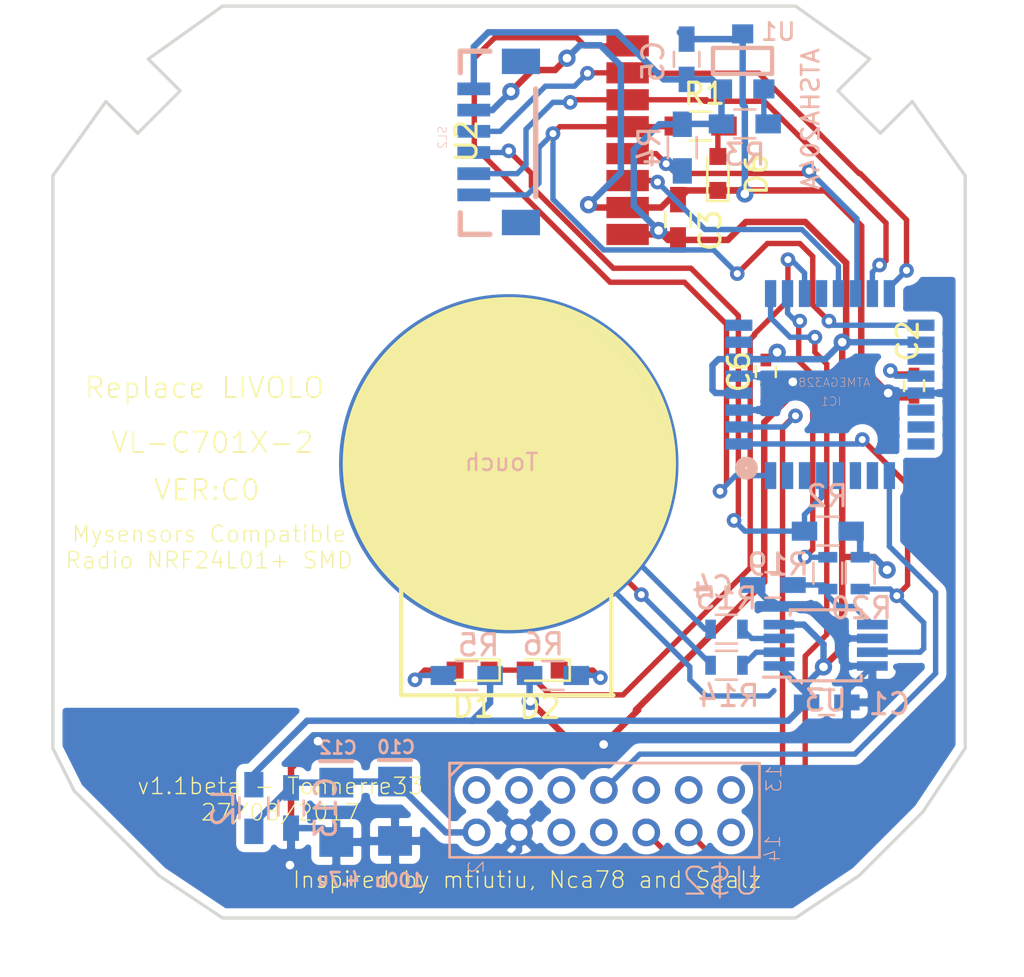
<source format=kicad_pcb>
(kicad_pcb (version 4) (host pcbnew 4.0.6)

  (general
    (links 72)
    (no_connects 0)
    (area 126.926099 83.428599 170.076101 126.578601)
    (thickness 1.6)
    (drawings 31)
    (tracks 392)
    (zones 0)
    (modules 30)
    (nets 27)
  )

  (page A4)
  (layers
    (0 Top signal)
    (31 Bottom signal)
    (32 B.Adhes user)
    (33 F.Adhes user)
    (34 B.Paste user)
    (35 F.Paste user)
    (36 B.SilkS user)
    (37 F.SilkS user)
    (38 B.Mask user)
    (39 F.Mask user)
    (40 Dwgs.User user)
    (41 Cmts.User user)
    (42 Eco1.User user)
    (43 Eco2.User user)
    (44 Edge.Cuts user)
    (45 Margin user)
    (46 B.CrtYd user)
    (47 F.CrtYd user)
    (48 B.Fab user)
    (49 F.Fab user)
  )

  (setup
    (last_trace_width 0.254)
    (user_trace_width 0.254)
    (user_trace_width 0.3048)
    (user_trace_width 0.4064)
    (trace_clearance 0.254)
    (zone_clearance 0.381)
    (zone_45_only yes)
    (trace_min 0.2032)
    (segment_width 0.2)
    (edge_width 0.15)
    (via_size 0.6858)
    (via_drill 0.3302)
    (via_min_size 0.6858)
    (via_min_drill 0.3302)
    (uvia_size 0.3)
    (uvia_drill 0.1)
    (uvias_allowed no)
    (uvia_min_size 0.2)
    (uvia_min_drill 0.1)
    (pcb_text_width 0.3)
    (pcb_text_size 1.5 1.5)
    (mod_edge_width 0.15)
    (mod_text_size 1 1)
    (mod_text_width 0.15)
    (pad_size 1.524 1.524)
    (pad_drill 0.762)
    (pad_to_mask_clearance 0.2)
    (aux_axis_origin 127 126.5)
    (grid_origin 127 126.5)
    (visible_elements 7FFFFFFF)
    (pcbplotparams
      (layerselection 0x010fc_80000001)
      (usegerberextensions true)
      (excludeedgelayer true)
      (linewidth 0.100000)
      (plotframeref false)
      (viasonmask false)
      (mode 1)
      (useauxorigin false)
      (hpglpennumber 1)
      (hpglpenspeed 20)
      (hpglpendiameter 15)
      (hpglpenoverlay 2)
      (psnegative false)
      (psa4output false)
      (plotreference true)
      (plotvalue true)
      (plotinvisibletext false)
      (padsonsilk false)
      (subtractmaskfromsilk true)
      (outputformat 1)
      (mirror false)
      (drillshape 0)
      (scaleselection 1)
      (outputdirectory Gerber/))
  )

  (net 0 "")
  (net 1 GND)
  (net 2 VCC)
  (net 3 /RST)
  (net 4 /LED1)
  (net 5 /L1_SET)
  (net 6 /L1_RST)
  (net 7 /CSN)
  (net 8 /MOSI)
  (net 9 /MISO)
  (net 10 /SCK)
  (net 11 /A3_ATSHA)
  (net 12 /IRQ)
  (net 13 "Net-(C2-Pad2)")
  (net 14 "Net-(D1-Pad2)")
  (net 15 "Net-(D2-Pad1)")
  (net 16 "Net-(D6-Pad2)")
  (net 17 /TOUCH_L)
  (net 18 /CE)
  (net 19 /3.3VCC-Liv)
  (net 20 "Net-(C4-Pad1)")
  (net 21 /BUZZER)
  (net 22 /MTSA)
  (net 23 "Net-(R14-Pad1)")
  (net 24 "Net-(R15-Pad1)")
  (net 25 "Net-(R14-Pad2)")
  (net 26 "Net-(R15-Pad2)")

  (net_class Default "Ceci est la Netclass par défaut"
    (clearance 0.254)
    (trace_width 0.254)
    (via_dia 0.6858)
    (via_drill 0.3302)
    (uvia_dia 0.3)
    (uvia_drill 0.1)
    (add_net /A3_ATSHA)
    (add_net /BUZZER)
    (add_net /CE)
    (add_net /CSN)
    (add_net /IRQ)
    (add_net /L1_RST)
    (add_net /L1_SET)
    (add_net /LED1)
    (add_net /MISO)
    (add_net /MOSI)
    (add_net /MTSA)
    (add_net /RST)
    (add_net /SCK)
    (add_net /TOUCH_L)
    (add_net "Net-(C2-Pad2)")
    (add_net "Net-(C4-Pad1)")
    (add_net "Net-(D1-Pad2)")
    (add_net "Net-(D2-Pad1)")
    (add_net "Net-(D6-Pad2)")
    (add_net "Net-(R14-Pad1)")
    (add_net "Net-(R14-Pad2)")
    (add_net "Net-(R15-Pad1)")
    (add_net "Net-(R15-Pad2)")
  )

  (net_class Power ""
    (clearance 0.254)
    (trace_width 0.3048)
    (via_dia 0.8128)
    (via_drill 0.4064)
    (uvia_dia 0.3)
    (uvia_drill 0.1)
    (add_net /3.3VCC-Liv)
    (add_net GND)
    (add_net VCC)
  )

  (module Housings_SSOP:MSOP-8_3x3mm_Pitch0.65mm (layer Bottom) (tedit 54130A77) (tstamp 5985A4C5)
    (at 163.4236 113.6476)
    (descr "8-Lead Plastic Micro Small Outline Package (MS) [MSOP] (see Microchip Packaging Specification 00000049BS.pdf)")
    (tags "SSOP 0.65")
    (path /5985A73A)
    (attr smd)
    (fp_text reference U3 (at 0 2.6) (layer B.SilkS)
      (effects (font (size 1 1) (thickness 0.15)) (justify mirror))
    )
    (fp_text value MTCH102 (at 0 -2.6) (layer B.Fab)
      (effects (font (size 1 1) (thickness 0.15)) (justify mirror))
    )
    (fp_line (start -0.5 1.5) (end 1.5 1.5) (layer B.Fab) (width 0.15))
    (fp_line (start 1.5 1.5) (end 1.5 -1.5) (layer B.Fab) (width 0.15))
    (fp_line (start 1.5 -1.5) (end -1.5 -1.5) (layer B.Fab) (width 0.15))
    (fp_line (start -1.5 -1.5) (end -1.5 0.5) (layer B.Fab) (width 0.15))
    (fp_line (start -1.5 0.5) (end -0.5 1.5) (layer B.Fab) (width 0.15))
    (fp_line (start -3.2 1.85) (end -3.2 -1.85) (layer B.CrtYd) (width 0.05))
    (fp_line (start 3.2 1.85) (end 3.2 -1.85) (layer B.CrtYd) (width 0.05))
    (fp_line (start -3.2 1.85) (end 3.2 1.85) (layer B.CrtYd) (width 0.05))
    (fp_line (start -3.2 -1.85) (end 3.2 -1.85) (layer B.CrtYd) (width 0.05))
    (fp_line (start -1.675 1.675) (end -1.675 1.5) (layer B.SilkS) (width 0.15))
    (fp_line (start 1.675 1.675) (end 1.675 1.425) (layer B.SilkS) (width 0.15))
    (fp_line (start 1.675 -1.675) (end 1.675 -1.425) (layer B.SilkS) (width 0.15))
    (fp_line (start -1.675 -1.675) (end -1.675 -1.425) (layer B.SilkS) (width 0.15))
    (fp_line (start -1.675 1.675) (end 1.675 1.675) (layer B.SilkS) (width 0.15))
    (fp_line (start -1.675 -1.675) (end 1.675 -1.675) (layer B.SilkS) (width 0.15))
    (fp_line (start -1.675 1.5) (end -2.925 1.5) (layer B.SilkS) (width 0.15))
    (fp_text user %R (at 0 0) (layer B.Fab)
      (effects (font (size 0.6 0.6) (thickness 0.15)) (justify mirror))
    )
    (pad 1 smd rect (at -2.2 0.975) (size 1.45 0.45) (layers Bottom B.Paste B.Mask)
      (net 2 VCC))
    (pad 2 smd rect (at -2.2 0.325) (size 1.45 0.45) (layers Bottom B.Paste B.Mask)
      (net 23 "Net-(R14-Pad1)"))
    (pad 3 smd rect (at -2.2 -0.325) (size 1.45 0.45) (layers Bottom B.Paste B.Mask)
      (net 24 "Net-(R15-Pad1)"))
    (pad 4 smd rect (at -2.2 -0.975) (size 1.45 0.45) (layers Bottom B.Paste B.Mask)
      (net 2 VCC))
    (pad 5 smd rect (at 2.2 -0.975) (size 1.45 0.45) (layers Bottom B.Paste B.Mask)
      (net 20 "Net-(C4-Pad1)"))
    (pad 6 smd rect (at 2.2 -0.325) (size 1.45 0.45) (layers Bottom B.Paste B.Mask)
      (net 1 GND))
    (pad 7 smd rect (at 2.2 0.325) (size 1.45 0.45) (layers Bottom B.Paste B.Mask)
      (net 17 /TOUCH_L))
    (pad 8 smd rect (at 2.2 0.975) (size 1.45 0.45) (layers Bottom B.Paste B.Mask)
      (net 1 GND))
    (model ${KISYS3DMOD}/Housings_SSOP.3dshapes/MSOP-8_3x3mm_Pitch0.65mm.wrl
      (at (xyz 0 0 0))
      (scale (xyz 1 1 1))
      (rotate (xyz 0 0 0))
    )
  )

  (module Livolo_EU_2Gang_1way:TQFP32-08 (layer Bottom) (tedit 58E1114D) (tstamp 58DFC019)
    (at 163.6268 101.354)
    (descr "THIN PLASIC QUAD FLAT PACKAGE GRID 0.8 MM")
    (tags "THIN PLASIC QUAD FLAT PACKAGE GRID 0.8 MM")
    (path /58DEF032)
    (attr smd)
    (fp_text reference IC1 (at 0.0518 0.7914) (layer B.SilkS)
      (effects (font (size 0.4064 0.4064) (thickness 0.0254)) (justify mirror))
    )
    (fp_text value ATMEGA328P (at 0.001 -0.0976) (layer B.SilkS)
      (effects (font (size 0.4064 0.4064) (thickness 0.0254)) (justify mirror))
    )
    (fp_line (start -4.5466 2.57048) (end -3.556 2.57048) (layer Dwgs.User) (width 0.06604))
    (fp_line (start -3.556 2.57048) (end -3.556 3.02768) (layer Dwgs.User) (width 0.06604))
    (fp_line (start -4.5466 3.02768) (end -3.556 3.02768) (layer Dwgs.User) (width 0.06604))
    (fp_line (start -4.5466 2.57048) (end -4.5466 3.02768) (layer Dwgs.User) (width 0.06604))
    (fp_line (start -4.5466 1.77038) (end -3.556 1.77038) (layer Dwgs.User) (width 0.06604))
    (fp_line (start -3.556 1.77038) (end -3.556 2.22758) (layer Dwgs.User) (width 0.06604))
    (fp_line (start -4.5466 2.22758) (end -3.556 2.22758) (layer Dwgs.User) (width 0.06604))
    (fp_line (start -4.5466 1.77038) (end -4.5466 2.22758) (layer Dwgs.User) (width 0.06604))
    (fp_line (start -4.5466 0.97028) (end -3.556 0.97028) (layer Dwgs.User) (width 0.06604))
    (fp_line (start -3.556 0.97028) (end -3.556 1.42748) (layer Dwgs.User) (width 0.06604))
    (fp_line (start -4.5466 1.42748) (end -3.556 1.42748) (layer Dwgs.User) (width 0.06604))
    (fp_line (start -4.5466 0.97028) (end -4.5466 1.42748) (layer Dwgs.User) (width 0.06604))
    (fp_line (start -4.5466 0.17018) (end -3.556 0.17018) (layer Dwgs.User) (width 0.06604))
    (fp_line (start -3.556 0.17018) (end -3.556 0.62738) (layer Dwgs.User) (width 0.06604))
    (fp_line (start -4.5466 0.62738) (end -3.556 0.62738) (layer Dwgs.User) (width 0.06604))
    (fp_line (start -4.5466 0.17018) (end -4.5466 0.62738) (layer Dwgs.User) (width 0.06604))
    (fp_line (start -4.5466 -0.62738) (end -3.556 -0.62738) (layer Dwgs.User) (width 0.06604))
    (fp_line (start -3.556 -0.62738) (end -3.556 -0.17018) (layer Dwgs.User) (width 0.06604))
    (fp_line (start -4.5466 -0.17018) (end -3.556 -0.17018) (layer Dwgs.User) (width 0.06604))
    (fp_line (start -4.5466 -0.62738) (end -4.5466 -0.17018) (layer Dwgs.User) (width 0.06604))
    (fp_line (start -4.5466 -1.42748) (end -3.556 -1.42748) (layer Dwgs.User) (width 0.06604))
    (fp_line (start -3.556 -1.42748) (end -3.556 -0.97028) (layer Dwgs.User) (width 0.06604))
    (fp_line (start -4.5466 -0.97028) (end -3.556 -0.97028) (layer Dwgs.User) (width 0.06604))
    (fp_line (start -4.5466 -1.42748) (end -4.5466 -0.97028) (layer Dwgs.User) (width 0.06604))
    (fp_line (start -4.5466 -2.22758) (end -3.556 -2.22758) (layer Dwgs.User) (width 0.06604))
    (fp_line (start -3.556 -2.22758) (end -3.556 -1.77038) (layer Dwgs.User) (width 0.06604))
    (fp_line (start -4.5466 -1.77038) (end -3.556 -1.77038) (layer Dwgs.User) (width 0.06604))
    (fp_line (start -4.5466 -2.22758) (end -4.5466 -1.77038) (layer Dwgs.User) (width 0.06604))
    (fp_line (start -4.5466 -3.02768) (end -3.556 -3.02768) (layer Dwgs.User) (width 0.06604))
    (fp_line (start -3.556 -3.02768) (end -3.556 -2.57048) (layer Dwgs.User) (width 0.06604))
    (fp_line (start -4.5466 -2.57048) (end -3.556 -2.57048) (layer Dwgs.User) (width 0.06604))
    (fp_line (start -4.5466 -3.02768) (end -4.5466 -2.57048) (layer Dwgs.User) (width 0.06604))
    (fp_line (start -3.02768 -4.5466) (end -2.57048 -4.5466) (layer Dwgs.User) (width 0.06604))
    (fp_line (start -2.57048 -4.5466) (end -2.57048 -3.556) (layer Dwgs.User) (width 0.06604))
    (fp_line (start -3.02768 -3.556) (end -2.57048 -3.556) (layer Dwgs.User) (width 0.06604))
    (fp_line (start -3.02768 -4.5466) (end -3.02768 -3.556) (layer Dwgs.User) (width 0.06604))
    (fp_line (start -2.22758 -4.5466) (end -1.77038 -4.5466) (layer Dwgs.User) (width 0.06604))
    (fp_line (start -1.77038 -4.5466) (end -1.77038 -3.556) (layer Dwgs.User) (width 0.06604))
    (fp_line (start -2.22758 -3.556) (end -1.77038 -3.556) (layer Dwgs.User) (width 0.06604))
    (fp_line (start -2.22758 -4.5466) (end -2.22758 -3.556) (layer Dwgs.User) (width 0.06604))
    (fp_line (start -1.42748 -4.5466) (end -0.97028 -4.5466) (layer Dwgs.User) (width 0.06604))
    (fp_line (start -0.97028 -4.5466) (end -0.97028 -3.556) (layer Dwgs.User) (width 0.06604))
    (fp_line (start -1.42748 -3.556) (end -0.97028 -3.556) (layer Dwgs.User) (width 0.06604))
    (fp_line (start -1.42748 -4.5466) (end -1.42748 -3.556) (layer Dwgs.User) (width 0.06604))
    (fp_line (start -0.62738 -4.5466) (end -0.17018 -4.5466) (layer Dwgs.User) (width 0.06604))
    (fp_line (start -0.17018 -4.5466) (end -0.17018 -3.556) (layer Dwgs.User) (width 0.06604))
    (fp_line (start -0.62738 -3.556) (end -0.17018 -3.556) (layer Dwgs.User) (width 0.06604))
    (fp_line (start -0.62738 -4.5466) (end -0.62738 -3.556) (layer Dwgs.User) (width 0.06604))
    (fp_line (start 0.17018 -4.5466) (end 0.62738 -4.5466) (layer Dwgs.User) (width 0.06604))
    (fp_line (start 0.62738 -4.5466) (end 0.62738 -3.556) (layer Dwgs.User) (width 0.06604))
    (fp_line (start 0.17018 -3.556) (end 0.62738 -3.556) (layer Dwgs.User) (width 0.06604))
    (fp_line (start 0.17018 -4.5466) (end 0.17018 -3.556) (layer Dwgs.User) (width 0.06604))
    (fp_line (start 0.97028 -4.5466) (end 1.42748 -4.5466) (layer Dwgs.User) (width 0.06604))
    (fp_line (start 1.42748 -4.5466) (end 1.42748 -3.556) (layer Dwgs.User) (width 0.06604))
    (fp_line (start 0.97028 -3.556) (end 1.42748 -3.556) (layer Dwgs.User) (width 0.06604))
    (fp_line (start 0.97028 -4.5466) (end 0.97028 -3.556) (layer Dwgs.User) (width 0.06604))
    (fp_line (start 1.77038 -4.5466) (end 2.22758 -4.5466) (layer Dwgs.User) (width 0.06604))
    (fp_line (start 2.22758 -4.5466) (end 2.22758 -3.556) (layer Dwgs.User) (width 0.06604))
    (fp_line (start 1.77038 -3.556) (end 2.22758 -3.556) (layer Dwgs.User) (width 0.06604))
    (fp_line (start 1.77038 -4.5466) (end 1.77038 -3.556) (layer Dwgs.User) (width 0.06604))
    (fp_line (start 2.57048 -4.5466) (end 3.02768 -4.5466) (layer Dwgs.User) (width 0.06604))
    (fp_line (start 3.02768 -4.5466) (end 3.02768 -3.556) (layer Dwgs.User) (width 0.06604))
    (fp_line (start 2.57048 -3.556) (end 3.02768 -3.556) (layer Dwgs.User) (width 0.06604))
    (fp_line (start 2.57048 -4.5466) (end 2.57048 -3.556) (layer Dwgs.User) (width 0.06604))
    (fp_line (start 3.556 -3.02768) (end 4.5466 -3.02768) (layer Dwgs.User) (width 0.06604))
    (fp_line (start 4.5466 -3.02768) (end 4.5466 -2.57048) (layer Dwgs.User) (width 0.06604))
    (fp_line (start 3.556 -2.57048) (end 4.5466 -2.57048) (layer Dwgs.User) (width 0.06604))
    (fp_line (start 3.556 -3.02768) (end 3.556 -2.57048) (layer Dwgs.User) (width 0.06604))
    (fp_line (start 3.556 -2.22758) (end 4.5466 -2.22758) (layer Dwgs.User) (width 0.06604))
    (fp_line (start 4.5466 -2.22758) (end 4.5466 -1.77038) (layer Dwgs.User) (width 0.06604))
    (fp_line (start 3.556 -1.77038) (end 4.5466 -1.77038) (layer Dwgs.User) (width 0.06604))
    (fp_line (start 3.556 -2.22758) (end 3.556 -1.77038) (layer Dwgs.User) (width 0.06604))
    (fp_line (start 3.556 -1.42748) (end 4.5466 -1.42748) (layer Dwgs.User) (width 0.06604))
    (fp_line (start 4.5466 -1.42748) (end 4.5466 -0.97028) (layer Dwgs.User) (width 0.06604))
    (fp_line (start 3.556 -0.97028) (end 4.5466 -0.97028) (layer Dwgs.User) (width 0.06604))
    (fp_line (start 3.556 -1.42748) (end 3.556 -0.97028) (layer Dwgs.User) (width 0.06604))
    (fp_line (start 3.556 -0.62738) (end 4.5466 -0.62738) (layer Dwgs.User) (width 0.06604))
    (fp_line (start 4.5466 -0.62738) (end 4.5466 -0.17018) (layer Dwgs.User) (width 0.06604))
    (fp_line (start 3.556 -0.17018) (end 4.5466 -0.17018) (layer Dwgs.User) (width 0.06604))
    (fp_line (start 3.556 -0.62738) (end 3.556 -0.17018) (layer Dwgs.User) (width 0.06604))
    (fp_line (start 3.556 0.17018) (end 4.5466 0.17018) (layer Dwgs.User) (width 0.06604))
    (fp_line (start 4.5466 0.17018) (end 4.5466 0.62738) (layer Dwgs.User) (width 0.06604))
    (fp_line (start 3.556 0.62738) (end 4.5466 0.62738) (layer Dwgs.User) (width 0.06604))
    (fp_line (start 3.556 0.17018) (end 3.556 0.62738) (layer Dwgs.User) (width 0.06604))
    (fp_line (start 3.556 0.97028) (end 4.5466 0.97028) (layer Dwgs.User) (width 0.06604))
    (fp_line (start 4.5466 0.97028) (end 4.5466 1.42748) (layer Dwgs.User) (width 0.06604))
    (fp_line (start 3.556 1.42748) (end 4.5466 1.42748) (layer Dwgs.User) (width 0.06604))
    (fp_line (start 3.556 0.97028) (end 3.556 1.42748) (layer Dwgs.User) (width 0.06604))
    (fp_line (start 3.556 1.77038) (end 4.5466 1.77038) (layer Dwgs.User) (width 0.06604))
    (fp_line (start 4.5466 1.77038) (end 4.5466 2.22758) (layer Dwgs.User) (width 0.06604))
    (fp_line (start 3.556 2.22758) (end 4.5466 2.22758) (layer Dwgs.User) (width 0.06604))
    (fp_line (start 3.556 1.77038) (end 3.556 2.22758) (layer Dwgs.User) (width 0.06604))
    (fp_line (start 3.556 2.57048) (end 4.5466 2.57048) (layer Dwgs.User) (width 0.06604))
    (fp_line (start 4.5466 2.57048) (end 4.5466 3.02768) (layer Dwgs.User) (width 0.06604))
    (fp_line (start 3.556 3.02768) (end 4.5466 3.02768) (layer Dwgs.User) (width 0.06604))
    (fp_line (start 3.556 2.57048) (end 3.556 3.02768) (layer Dwgs.User) (width 0.06604))
    (fp_line (start 2.57048 3.556) (end 3.02768 3.556) (layer Dwgs.User) (width 0.06604))
    (fp_line (start 3.02768 3.556) (end 3.02768 4.5466) (layer Dwgs.User) (width 0.06604))
    (fp_line (start 2.57048 4.5466) (end 3.02768 4.5466) (layer Dwgs.User) (width 0.06604))
    (fp_line (start 2.57048 3.556) (end 2.57048 4.5466) (layer Dwgs.User) (width 0.06604))
    (fp_line (start 1.77038 3.556) (end 2.22758 3.556) (layer Dwgs.User) (width 0.06604))
    (fp_line (start 2.22758 3.556) (end 2.22758 4.5466) (layer Dwgs.User) (width 0.06604))
    (fp_line (start 1.77038 4.5466) (end 2.22758 4.5466) (layer Dwgs.User) (width 0.06604))
    (fp_line (start 1.77038 3.556) (end 1.77038 4.5466) (layer Dwgs.User) (width 0.06604))
    (fp_line (start 0.97028 3.556) (end 1.42748 3.556) (layer Dwgs.User) (width 0.06604))
    (fp_line (start 1.42748 3.556) (end 1.42748 4.5466) (layer Dwgs.User) (width 0.06604))
    (fp_line (start 0.97028 4.5466) (end 1.42748 4.5466) (layer Dwgs.User) (width 0.06604))
    (fp_line (start 0.97028 3.556) (end 0.97028 4.5466) (layer Dwgs.User) (width 0.06604))
    (fp_line (start 0.17018 3.556) (end 0.62738 3.556) (layer Dwgs.User) (width 0.06604))
    (fp_line (start 0.62738 3.556) (end 0.62738 4.5466) (layer Dwgs.User) (width 0.06604))
    (fp_line (start 0.17018 4.5466) (end 0.62738 4.5466) (layer Dwgs.User) (width 0.06604))
    (fp_line (start 0.17018 3.556) (end 0.17018 4.5466) (layer Dwgs.User) (width 0.06604))
    (fp_line (start -0.62738 3.556) (end -0.17018 3.556) (layer Dwgs.User) (width 0.06604))
    (fp_line (start -0.17018 3.556) (end -0.17018 4.5466) (layer Dwgs.User) (width 0.06604))
    (fp_line (start -0.62738 4.5466) (end -0.17018 4.5466) (layer Dwgs.User) (width 0.06604))
    (fp_line (start -0.62738 3.556) (end -0.62738 4.5466) (layer Dwgs.User) (width 0.06604))
    (fp_line (start -1.42748 3.556) (end -0.97028 3.556) (layer Dwgs.User) (width 0.06604))
    (fp_line (start -0.97028 3.556) (end -0.97028 4.5466) (layer Dwgs.User) (width 0.06604))
    (fp_line (start -1.42748 4.5466) (end -0.97028 4.5466) (layer Dwgs.User) (width 0.06604))
    (fp_line (start -1.42748 3.556) (end -1.42748 4.5466) (layer Dwgs.User) (width 0.06604))
    (fp_line (start -2.22758 3.556) (end -1.77038 3.556) (layer Dwgs.User) (width 0.06604))
    (fp_line (start -1.77038 3.556) (end -1.77038 4.5466) (layer Dwgs.User) (width 0.06604))
    (fp_line (start -2.22758 4.5466) (end -1.77038 4.5466) (layer Dwgs.User) (width 0.06604))
    (fp_line (start -2.22758 3.556) (end -2.22758 4.5466) (layer Dwgs.User) (width 0.06604))
    (fp_line (start -3.02768 3.556) (end -2.57048 3.556) (layer Dwgs.User) (width 0.06604))
    (fp_line (start -2.57048 3.556) (end -2.57048 4.5466) (layer Dwgs.User) (width 0.06604))
    (fp_line (start -3.02768 4.5466) (end -2.57048 4.5466) (layer Dwgs.User) (width 0.06604))
    (fp_line (start -3.02768 3.556) (end -3.02768 4.5466) (layer Dwgs.User) (width 0.06604))
    (fp_line (start -3.937 3.937) (end 3.937 3.937) (layer Dwgs.User) (width 0.127))
    (fp_line (start 3.937 3.937) (end 3.937 -3.937) (layer Dwgs.User) (width 0.127))
    (fp_line (start 3.937 -3.937) (end -3.937 -3.937) (layer Dwgs.User) (width 0.127))
    (fp_line (start -3.937 -3.937) (end -3.937 3.937) (layer Dwgs.User) (width 0.127))
    (fp_circle (center -3.937 3.937) (end -3.9624 3.9624) (layer B.SilkS) (width 0.508))
    (pad 1 smd rect (at -4.2926 2.79908) (size 1.27 0.5334) (layers Bottom B.Paste B.Mask)
      (net 17 /TOUCH_L))
    (pad 2 smd rect (at -4.2926 1.99898) (size 1.27 0.5334) (layers Bottom B.Paste B.Mask)
      (net 6 /L1_RST))
    (pad 3 smd rect (at -4.2926 1.19888) (size 1.27 0.5334) (layers Bottom B.Paste B.Mask)
      (net 1 GND))
    (pad 4 smd rect (at -4.2926 0.39878) (size 1.27 0.5334) (layers Bottom B.Paste B.Mask)
      (net 2 VCC))
    (pad 5 smd rect (at -4.2926 -0.39878) (size 1.27 0.5334) (layers Bottom B.Paste B.Mask)
      (net 1 GND))
    (pad 6 smd rect (at -4.2926 -1.19888) (size 1.27 0.5334) (layers Bottom B.Paste B.Mask)
      (net 2 VCC))
    (pad 7 smd rect (at -4.2926 -1.99898) (size 1.27 0.5334) (layers Bottom B.Paste B.Mask))
    (pad 8 smd rect (at -4.2926 -2.79908) (size 1.27 0.5334) (layers Bottom B.Paste B.Mask))
    (pad 9 smd rect (at -2.79908 -4.2926) (size 0.5334 1.27) (layers Bottom B.Paste B.Mask)
      (net 5 /L1_SET))
    (pad 10 smd rect (at -1.99898 -4.2926) (size 0.5334 1.27) (layers Bottom B.Paste B.Mask)
      (net 22 /MTSA))
    (pad 11 smd rect (at -1.19888 -4.2926) (size 0.5334 1.27) (layers Bottom B.Paste B.Mask)
      (net 4 /LED1))
    (pad 12 smd rect (at -0.39878 -4.2926) (size 0.5334 1.27) (layers Bottom B.Paste B.Mask))
    (pad 13 smd rect (at 0.39878 -4.2926) (size 0.5334 1.27) (layers Bottom B.Paste B.Mask)
      (net 18 /CE))
    (pad 14 smd rect (at 1.19888 -4.2926) (size 0.5334 1.27) (layers Bottom B.Paste B.Mask)
      (net 7 /CSN))
    (pad 15 smd rect (at 1.99898 -4.2926) (size 0.5334 1.27) (layers Bottom B.Paste B.Mask)
      (net 8 /MOSI))
    (pad 16 smd rect (at 2.79908 -4.2926) (size 0.5334 1.27) (layers Bottom B.Paste B.Mask)
      (net 9 /MISO))
    (pad 17 smd rect (at 4.29006 -2.79908) (size 1.27 0.5334) (layers Bottom B.Paste B.Mask)
      (net 10 /SCK))
    (pad 18 smd rect (at 4.29006 -1.99898) (size 1.27 0.5334) (layers Bottom B.Paste B.Mask)
      (net 2 VCC))
    (pad 19 smd rect (at 4.29006 -1.19888) (size 1.27 0.5334) (layers Bottom B.Paste B.Mask))
    (pad 20 smd rect (at 4.29006 -0.39878) (size 1.27 0.5334) (layers Bottom B.Paste B.Mask)
      (net 13 "Net-(C2-Pad2)"))
    (pad 21 smd rect (at 4.29006 0.39878) (size 1.27 0.5334) (layers Bottom B.Paste B.Mask)
      (net 1 GND))
    (pad 22 smd rect (at 4.29006 1.19888) (size 1.27 0.5334) (layers Bottom B.Paste B.Mask))
    (pad 23 smd rect (at 4.29006 1.99898) (size 1.27 0.5334) (layers Bottom B.Paste B.Mask))
    (pad 24 smd rect (at 4.29006 2.79908) (size 1.27 0.5334) (layers Bottom B.Paste B.Mask))
    (pad 25 smd rect (at 2.79908 4.29006) (size 0.5334 1.27) (layers Bottom B.Paste B.Mask)
      (net 21 /BUZZER))
    (pad 26 smd rect (at 1.99898 4.29006) (size 0.5334 1.27) (layers Bottom B.Paste B.Mask))
    (pad 27 smd rect (at 1.19888 4.29006) (size 0.5334 1.27) (layers Bottom B.Paste B.Mask))
    (pad 28 smd rect (at 0.39878 4.29006) (size 0.5334 1.27) (layers Bottom B.Paste B.Mask))
    (pad 29 smd rect (at -0.39878 4.29006) (size 0.5334 1.27) (layers Bottom B.Paste B.Mask)
      (net 3 /RST))
    (pad 30 smd rect (at -1.19888 4.29006) (size 0.5334 1.27) (layers Bottom B.Paste B.Mask))
    (pad 31 smd rect (at -1.99898 4.29006) (size 0.5334 1.27) (layers Bottom B.Paste B.Mask))
    (pad 32 smd rect (at -2.79908 4.29006) (size 0.5334 1.27) (layers Bottom B.Paste B.Mask)
      (net 12 /IRQ))
  )

  (module Livolo:NRF24L01-SMD (layer Top) (tedit 574A9E44) (tstamp 593EF1F2)
    (at 145.3896 89.8732 90)
    (path /593ECD20)
    (fp_text reference U2 (at 0 1.1 90) (layer F.SilkS)
      (effects (font (size 1 1) (thickness 0.15)))
    )
    (fp_text value NRF24L01 (at 0 -4.8 90) (layer F.Fab)
      (effects (font (size 1 1) (thickness 0.15)))
    )
    (fp_line (start -6 -2.8) (end 6 -2.8) (layer F.CrtYd) (width 0.15))
    (fp_line (start -6 8.7) (end -6 -9.3) (layer F.CrtYd) (width 0.15))
    (fp_line (start 6 8.7) (end -6 8.7) (layer F.CrtYd) (width 0.15))
    (fp_line (start 6 -9.3) (end 6 8.7) (layer F.CrtYd) (width 0.15))
    (fp_line (start -6 -9.3) (end 6 -9.3) (layer F.CrtYd) (width 0.15))
    (pad 2 smd rect (at -4.4 8.7 90) (size 1 2) (layers Top F.Paste F.Mask)
      (net 2 VCC))
    (pad 1 smd rect (at -3.13 8.7 90) (size 1 2) (layers Top F.Paste F.Mask)
      (net 1 GND))
    (pad 3 smd rect (at -1.86 8.7 90) (size 1 2) (layers Top F.Paste F.Mask)
      (net 18 /CE))
    (pad 4 smd rect (at -0.59 8.7 90) (size 1 2) (layers Top F.Paste F.Mask)
      (net 7 /CSN))
    (pad 5 smd rect (at 0.68 8.7 90) (size 1 2) (layers Top F.Paste F.Mask)
      (net 10 /SCK))
    (pad 6 smd rect (at 1.95 8.7 90) (size 1 2) (layers Top F.Paste F.Mask)
      (net 8 /MOSI))
    (pad 7 smd rect (at 3.22 8.7 90) (size 1 2) (layers Top F.Paste F.Mask)
      (net 9 /MISO))
    (pad 8 smd rect (at 4.49 8.7 90) (size 1 2) (layers Top F.Paste F.Mask)
      (net 12 /IRQ))
    (model ${MYSLOCAL}/mysensors.3dshapes/mysensors_radios.3dshapes/nrf24smd.wrl
      (at (xyz -5.7625 2.9 0.03))
      (scale (xyz 0.395 0.395 0.395))
      (rotate (xyz 0 0 0))
    )
    (model Housings_DFN_QFN.3dshapes/QFN-20-1EP_5x5mm_Pitch0.65mm.wrl
      (at (xyz 0.0165 -0.109 0.062))
      (scale (xyz 1 1 1))
      (rotate (xyz 0 0 0))
    )
  )

  (module Capacitors_SMD:C_0603_HandSoldering (layer Bottom) (tedit 597CC26F) (tstamp 597C7359)
    (at 160.9344 110.8028 180)
    (descr "Capacitor SMD 0603, hand soldering")
    (tags "capacitor 0603")
    (path /597D87A2)
    (attr smd)
    (fp_text reference C4 (at 2.8448 -0.1016 180) (layer B.SilkS)
      (effects (font (size 1 1) (thickness 0.15)) (justify mirror))
    )
    (fp_text value 1uF (at 0 -1.5 180) (layer B.Fab)
      (effects (font (size 1 1) (thickness 0.15)) (justify mirror))
    )
    (fp_text user %R (at 0 1.25 180) (layer B.Fab)
      (effects (font (size 1 1) (thickness 0.15)) (justify mirror))
    )
    (fp_line (start -0.8 -0.4) (end -0.8 0.4) (layer B.Fab) (width 0.1))
    (fp_line (start 0.8 -0.4) (end -0.8 -0.4) (layer B.Fab) (width 0.1))
    (fp_line (start 0.8 0.4) (end 0.8 -0.4) (layer B.Fab) (width 0.1))
    (fp_line (start -0.8 0.4) (end 0.8 0.4) (layer B.Fab) (width 0.1))
    (fp_line (start -0.35 0.6) (end 0.35 0.6) (layer B.SilkS) (width 0.12))
    (fp_line (start 0.35 -0.6) (end -0.35 -0.6) (layer B.SilkS) (width 0.12))
    (fp_line (start -1.8 0.65) (end 1.8 0.65) (layer B.CrtYd) (width 0.05))
    (fp_line (start -1.8 0.65) (end -1.8 -0.65) (layer B.CrtYd) (width 0.05))
    (fp_line (start 1.8 -0.65) (end 1.8 0.65) (layer B.CrtYd) (width 0.05))
    (fp_line (start 1.8 -0.65) (end -1.8 -0.65) (layer B.CrtYd) (width 0.05))
    (pad 1 smd rect (at -0.95 0 180) (size 1.2 0.75) (layers Bottom B.Paste B.Mask)
      (net 20 "Net-(C4-Pad1)"))
    (pad 2 smd rect (at 0.95 0 180) (size 1.2 0.75) (layers Bottom B.Paste B.Mask)
      (net 1 GND))
    (model Capacitors_SMD.3dshapes/C_0603.wrl
      (at (xyz 0 0 0))
      (scale (xyz 1 1 1))
      (rotate (xyz 0 0 0))
    )
  )

  (module Resistors_SMD:R_0603_HandSoldering (layer Bottom) (tedit 58E0A804) (tstamp 593EF183)
    (at 136.4742 121.3184 270)
    (descr "Resistor SMD 0603, hand soldering")
    (tags "resistor 0603")
    (path /593F4E5D)
    (attr smd)
    (fp_text reference L2 (at 0 1.45 270) (layer B.SilkS)
      (effects (font (size 1 1) (thickness 0.15)) (justify mirror))
    )
    (fp_text value Ferrite_Bead (at 0 -1.55 270) (layer B.Fab)
      (effects (font (size 1 1) (thickness 0.15)) (justify mirror))
    )
    (fp_text user %R (at 0 0 270) (layer B.Fab)
      (effects (font (size 0.5 0.5) (thickness 0.075)) (justify mirror))
    )
    (fp_line (start -0.8 -0.4) (end -0.8 0.4) (layer B.Fab) (width 0.1))
    (fp_line (start 0.8 -0.4) (end -0.8 -0.4) (layer B.Fab) (width 0.1))
    (fp_line (start 0.8 0.4) (end 0.8 -0.4) (layer B.Fab) (width 0.1))
    (fp_line (start -0.8 0.4) (end 0.8 0.4) (layer B.Fab) (width 0.1))
    (fp_line (start 0.5 -0.68) (end -0.5 -0.68) (layer B.SilkS) (width 0.12))
    (fp_line (start -0.5 0.68) (end 0.5 0.68) (layer B.SilkS) (width 0.12))
    (fp_line (start -1.96 0.7) (end 1.95 0.7) (layer B.CrtYd) (width 0.05))
    (fp_line (start -1.96 0.7) (end -1.96 -0.7) (layer B.CrtYd) (width 0.05))
    (fp_line (start 1.95 -0.7) (end 1.95 0.7) (layer B.CrtYd) (width 0.05))
    (fp_line (start 1.95 -0.7) (end -1.96 -0.7) (layer B.CrtYd) (width 0.05))
    (pad 1 smd rect (at -1.1 0 270) (size 1.2 0.9) (layers Bottom B.Paste B.Mask)
      (net 2 VCC))
    (pad 2 smd rect (at 1.1 0 270) (size 1.2 0.9) (layers Bottom B.Paste B.Mask)
      (net 19 /3.3VCC-Liv))
    (model ${KISYS3DMOD}/Resistors_SMD.3dshapes/R_0603.wrl
      (at (xyz 0 0 0))
      (scale (xyz 1 1 1))
      (rotate (xyz 0 0 0))
    )
  )

  (module Livolo:livolo_ts_guard (layer Bottom) (tedit 597C7CCC) (tstamp 597C76B4)
    (at 148.4884 105.0878 180)
    (path /597D6679)
    (fp_text reference U6 (at 0.254 -1.016 180) (layer B.SilkS) hide
      (effects (font (size 0.4 0.4) (thickness 0.1)) (justify mirror))
    )
    (fp_text value Touch (at 0.341992 0.075738 180) (layer B.SilkS)
      (effects (font (size 0.8 0.8) (thickness 0.12)) (justify mirror))
    )
    (fp_circle (center 0.012992 -0.024262) (end -3.029 -2.225) (layer F.SilkS) (width 7.5))
    (pad 1 smd circle (at 0 0 180) (size 15 15) (layers Top)
      (net 25 "Net-(R14-Pad2)"))
    (pad 2 smd circle (at 0 0 180) (size 16 16) (layers Bottom)
      (net 26 "Net-(R15-Pad2)"))
  )

  (module Resistors_SMD:R_0603_HandSoldering (layer Bottom) (tedit 597CC2C3) (tstamp 58DFC0F1)
    (at 156.6672 90.178 90)
    (descr "Resistor SMD 0603, hand soldering")
    (tags "resistor 0603")
    (path /58DEF352)
    (attr smd)
    (fp_text reference R4 (at 0.0254 -1.5494 90) (layer B.SilkS)
      (effects (font (size 1 1) (thickness 0.15)) (justify mirror))
    )
    (fp_text value 56k (at -3.7084 0.0254 90) (layer B.Fab)
      (effects (font (size 1 1) (thickness 0.15)) (justify mirror))
    )
    (fp_text user %R (at 0.127 -1.27 90) (layer B.Fab)
      (effects (font (size 1 1) (thickness 0.15)) (justify mirror))
    )
    (fp_line (start -0.8 -0.4) (end -0.8 0.4) (layer B.Fab) (width 0.1))
    (fp_line (start 0.8 -0.4) (end -0.8 -0.4) (layer B.Fab) (width 0.1))
    (fp_line (start 0.8 0.4) (end 0.8 -0.4) (layer B.Fab) (width 0.1))
    (fp_line (start -0.8 0.4) (end 0.8 0.4) (layer B.Fab) (width 0.1))
    (fp_line (start 0.5 -0.68) (end -0.5 -0.68) (layer B.SilkS) (width 0.12))
    (fp_line (start -0.5 0.68) (end 0.5 0.68) (layer B.SilkS) (width 0.12))
    (fp_line (start -1.96 0.7) (end 1.95 0.7) (layer B.CrtYd) (width 0.05))
    (fp_line (start -1.96 0.7) (end -1.96 -0.7) (layer B.CrtYd) (width 0.05))
    (fp_line (start 1.95 -0.7) (end 1.95 0.7) (layer B.CrtYd) (width 0.05))
    (fp_line (start 1.95 -0.7) (end -1.96 -0.7) (layer B.CrtYd) (width 0.05))
    (pad 1 smd rect (at -1.1 0 90) (size 1.2 0.9) (layers Bottom B.Paste B.Mask)
      (net 7 /CSN))
    (pad 2 smd rect (at 1.1 0 90) (size 1.2 0.9) (layers Bottom B.Paste B.Mask)
      (net 2 VCC))
    (model Resistors_SMD.3dshapes/R_0603.wrl
      (at (xyz 0 0 0))
      (scale (xyz 1 1 1))
      (rotate (xyz 0 0 0))
    )
  )

  (module Livolo_EU_2Gang_1way:SOT23-3 (layer Bottom) (tedit 597CC307) (tstamp 58DFC1F2)
    (at 159.512 86.114 180)
    (path /58DF054A)
    (attr smd)
    (fp_text reference U1 (at -1.6764 1.397 180) (layer B.SilkS)
      (effects (font (size 0.8128 0.8128) (thickness 0.127)) (justify mirror))
    )
    (fp_text value ATSHA204A (at -3.2004 -2.7178 270) (layer B.SilkS)
      (effects (font (size 0.8128 0.8128) (thickness 0.127)) (justify mirror))
    )
    (fp_line (start 1.39954 -0.58674) (end -1.38684 -0.58674) (layer B.SilkS) (width 0.2032))
    (fp_line (start -1.38684 -0.58674) (end -1.38684 0.635) (layer B.SilkS) (width 0.2032))
    (fp_line (start -1.38684 0.635) (end 1.39954 0.635) (layer B.SilkS) (width 0.2032))
    (fp_line (start 1.39954 0.635) (end 1.39954 -0.58674) (layer B.SilkS) (width 0.2032))
    (pad 1 smd rect (at -0.99822 -1.29794 180) (size 0.99822 0.89916) (layers Bottom B.Paste B.Mask)
      (net 11 /A3_ATSHA))
    (pad 2 smd rect (at 0.99822 -1.29794 180) (size 0.99822 0.89916) (layers Bottom B.Paste B.Mask)
      (net 2 VCC))
    (pad 3 smd rect (at 0 1.29794 180) (size 0.99822 0.89916) (layers Bottom B.Paste B.Mask)
      (net 1 GND))
  )

  (module Capacitors_SMD:C_0603_HandSoldering (layer Top) (tedit 597CC538) (tstamp 58DFBF07)
    (at 156.464 93.5816 270)
    (descr "Capacitor SMD 0603, hand soldering")
    (tags "capacitor 0603")
    (path /58DEDE3A)
    (attr smd)
    (fp_text reference C3 (at 0.508 -1.524 270) (layer F.SilkS)
      (effects (font (size 1 1) (thickness 0.15)))
    )
    (fp_text value 4.7u (at 2.159 -0.9144 270) (layer F.Fab)
      (effects (font (size 1 1) (thickness 0.15)))
    )
    (fp_text user %R (at -0.0254 2.8956 270) (layer F.Fab)
      (effects (font (size 1 1) (thickness 0.15)))
    )
    (fp_line (start -0.8 0.4) (end -0.8 -0.4) (layer F.Fab) (width 0.1))
    (fp_line (start 0.8 0.4) (end -0.8 0.4) (layer F.Fab) (width 0.1))
    (fp_line (start 0.8 -0.4) (end 0.8 0.4) (layer F.Fab) (width 0.1))
    (fp_line (start -0.8 -0.4) (end 0.8 -0.4) (layer F.Fab) (width 0.1))
    (fp_line (start -0.35 -0.6) (end 0.35 -0.6) (layer F.SilkS) (width 0.12))
    (fp_line (start 0.35 0.6) (end -0.35 0.6) (layer F.SilkS) (width 0.12))
    (fp_line (start -1.8 -0.65) (end 1.8 -0.65) (layer F.CrtYd) (width 0.05))
    (fp_line (start -1.8 -0.65) (end -1.8 0.65) (layer F.CrtYd) (width 0.05))
    (fp_line (start 1.8 0.65) (end 1.8 -0.65) (layer F.CrtYd) (width 0.05))
    (fp_line (start 1.8 0.65) (end -1.8 0.65) (layer F.CrtYd) (width 0.05))
    (pad 1 smd rect (at -0.95 0 270) (size 1.2 0.75) (layers Top F.Paste F.Mask)
      (net 1 GND))
    (pad 2 smd rect (at 0.95 0 270) (size 1.2 0.75) (layers Top F.Paste F.Mask)
      (net 2 VCC))
    (model Capacitors_SMD.3dshapes/C_0603.wrl
      (at (xyz 0 0 0))
      (scale (xyz 1 1 1))
      (rotate (xyz 0 0 0))
    )
  )

  (module Capacitors_SMD:C_0603_HandSoldering (layer Bottom) (tedit 597CC2E1) (tstamp 58DFBF27)
    (at 156.8704 86.0124 270)
    (descr "Capacitor SMD 0603, hand soldering")
    (tags "capacitor 0603")
    (path /58DEDFCA)
    (attr smd)
    (fp_text reference C5 (at 0.1016 1.5748 270) (layer B.SilkS)
      (effects (font (size 1 1) (thickness 0.15)) (justify mirror))
    )
    (fp_text value 100n (at 4.064 0.0254 270) (layer B.Fab)
      (effects (font (size 1 1) (thickness 0.15)) (justify mirror))
    )
    (fp_text user %R (at 0.2794 -1.4224 270) (layer B.Fab)
      (effects (font (size 1 1) (thickness 0.15)) (justify mirror))
    )
    (fp_line (start -0.8 -0.4) (end -0.8 0.4) (layer B.Fab) (width 0.1))
    (fp_line (start 0.8 -0.4) (end -0.8 -0.4) (layer B.Fab) (width 0.1))
    (fp_line (start 0.8 0.4) (end 0.8 -0.4) (layer B.Fab) (width 0.1))
    (fp_line (start -0.8 0.4) (end 0.8 0.4) (layer B.Fab) (width 0.1))
    (fp_line (start -0.35 0.6) (end 0.35 0.6) (layer B.SilkS) (width 0.12))
    (fp_line (start 0.35 -0.6) (end -0.35 -0.6) (layer B.SilkS) (width 0.12))
    (fp_line (start -1.8 0.65) (end 1.8 0.65) (layer B.CrtYd) (width 0.05))
    (fp_line (start -1.8 0.65) (end -1.8 -0.65) (layer B.CrtYd) (width 0.05))
    (fp_line (start 1.8 -0.65) (end 1.8 0.65) (layer B.CrtYd) (width 0.05))
    (fp_line (start 1.8 -0.65) (end -1.8 -0.65) (layer B.CrtYd) (width 0.05))
    (pad 1 smd rect (at -0.95 0 270) (size 1.2 0.75) (layers Bottom B.Paste B.Mask)
      (net 1 GND))
    (pad 2 smd rect (at 0.95 0 270) (size 1.2 0.75) (layers Bottom B.Paste B.Mask)
      (net 2 VCC))
    (model Capacitors_SMD.3dshapes/C_0603.wrl
      (at (xyz 0 0 0))
      (scale (xyz 1 1 1))
      (rotate (xyz 0 0 0))
    )
  )

  (module Livolo_EU_2Gang_1way:EIA3216 (layer Bottom) (tedit 597CC3A5) (tstamp 58DFBF77)
    (at 143.129 121.4708 90)
    (descr "GENERIC EIA 3216 (1206) POLARIZED TANTALUM CAPACITOR")
    (tags "GENERIC EIA 3216 (1206) POLARIZED TANTALUM CAPACITOR")
    (path /58DEE3B2)
    (attr smd)
    (fp_text reference C10 (at 3.0226 0.0508 180) (layer B.SilkS)
      (effects (font (size 0.6096 0.6096) (thickness 0.127)) (justify mirror))
    )
    (fp_text value 100u (at -3.2512 0.1778 180) (layer B.SilkS)
      (effects (font (size 0.6096 0.6096) (thickness 0.127)) (justify mirror))
    )
    (fp_line (start -0.99822 -1.19888) (end -2.49936 -1.19888) (layer Dwgs.User) (width 0.2032))
    (fp_line (start -2.49936 -1.19888) (end -2.49936 1.19888) (layer Dwgs.User) (width 0.2032))
    (fp_line (start -2.49936 1.19888) (end -0.99822 1.19888) (layer Dwgs.User) (width 0.2032))
    (fp_line (start 0.99822 -1.19888) (end 2.09804 -1.19888) (layer Dwgs.User) (width 0.2032))
    (fp_line (start 2.09804 -1.19888) (end 2.49936 -0.79756) (layer Dwgs.User) (width 0.2032))
    (fp_line (start 2.49936 -0.79756) (end 2.49936 0.79756) (layer Dwgs.User) (width 0.2032))
    (fp_line (start 2.49936 0.79756) (end 2.09804 1.19888) (layer Dwgs.User) (width 0.2032))
    (fp_line (start 2.09804 1.19888) (end 0.99822 1.19888) (layer Dwgs.User) (width 0.2032))
    (fp_line (start 2.413 0.762) (end 2.413 -0.762) (layer B.SilkS) (width 0.2032))
    (pad + smd rect (at 1.39954 0) (size 1.59766 1.39954) (layers Bottom B.Paste B.Mask)
      (net 19 /3.3VCC-Liv))
    (pad - smd rect (at -1.39954 0) (size 1.59766 1.39954) (layers Bottom B.Paste B.Mask)
      (net 1 GND))
  )

  (module Livolo_EU_2Gang_1way:EIA3216 (layer Bottom) (tedit 597CC3A7) (tstamp 58DFBF93)
    (at 140.3604 121.5216 90)
    (descr "GENERIC EIA 3216 (1206) POLARIZED TANTALUM CAPACITOR")
    (tags "GENERIC EIA 3216 (1206) POLARIZED TANTALUM CAPACITOR")
    (path /58DEE542)
    (attr smd)
    (fp_text reference C12 (at 3.048 0.0762 180) (layer B.SilkS)
      (effects (font (size 0.6096 0.6096) (thickness 0.127)) (justify mirror))
    )
    (fp_text value 4.7u (at -3.1496 0.1016 180) (layer B.SilkS)
      (effects (font (size 0.6096 0.6096) (thickness 0.127)) (justify mirror))
    )
    (fp_line (start -0.99822 -1.19888) (end -2.49936 -1.19888) (layer Dwgs.User) (width 0.2032))
    (fp_line (start -2.49936 -1.19888) (end -2.49936 1.19888) (layer Dwgs.User) (width 0.2032))
    (fp_line (start -2.49936 1.19888) (end -0.99822 1.19888) (layer Dwgs.User) (width 0.2032))
    (fp_line (start 0.99822 -1.19888) (end 2.09804 -1.19888) (layer Dwgs.User) (width 0.2032))
    (fp_line (start 2.09804 -1.19888) (end 2.49936 -0.79756) (layer Dwgs.User) (width 0.2032))
    (fp_line (start 2.49936 -0.79756) (end 2.49936 0.79756) (layer Dwgs.User) (width 0.2032))
    (fp_line (start 2.49936 0.79756) (end 2.09804 1.19888) (layer Dwgs.User) (width 0.2032))
    (fp_line (start 2.09804 1.19888) (end 0.99822 1.19888) (layer Dwgs.User) (width 0.2032))
    (fp_line (start 2.413 0.762) (end 2.413 -0.762) (layer B.SilkS) (width 0.2032))
    (pad + smd rect (at 1.39954 0) (size 1.59766 1.39954) (layers Bottom B.Paste B.Mask)
      (net 19 /3.3VCC-Liv))
    (pad - smd rect (at -1.39954 0) (size 1.59766 1.39954) (layers Bottom B.Paste B.Mask)
      (net 1 GND))
  )

  (module Resistors_SMD:R_0603_HandSoldering (layer Top) (tedit 597CC53F) (tstamp 58DFC0C1)
    (at 157.5308 89.162 180)
    (descr "Resistor SMD 0603, hand soldering")
    (tags "resistor 0603")
    (path /58DEF0FA)
    (attr smd)
    (fp_text reference R1 (at -0.1778 1.524 180) (layer F.SilkS)
      (effects (font (size 1 1) (thickness 0.15)))
    )
    (fp_text value 1k5 (at 0 1.55 180) (layer F.Fab)
      (effects (font (size 1 1) (thickness 0.15)))
    )
    (fp_text user %R (at 0 -1.45 180) (layer F.Fab)
      (effects (font (size 1 1) (thickness 0.15)))
    )
    (fp_line (start -0.8 0.4) (end -0.8 -0.4) (layer F.Fab) (width 0.1))
    (fp_line (start 0.8 0.4) (end -0.8 0.4) (layer F.Fab) (width 0.1))
    (fp_line (start 0.8 -0.4) (end 0.8 0.4) (layer F.Fab) (width 0.1))
    (fp_line (start -0.8 -0.4) (end 0.8 -0.4) (layer F.Fab) (width 0.1))
    (fp_line (start 0.5 0.68) (end -0.5 0.68) (layer F.SilkS) (width 0.12))
    (fp_line (start -0.5 -0.68) (end 0.5 -0.68) (layer F.SilkS) (width 0.12))
    (fp_line (start -1.96 -0.7) (end 1.95 -0.7) (layer F.CrtYd) (width 0.05))
    (fp_line (start -1.96 -0.7) (end -1.96 0.7) (layer F.CrtYd) (width 0.05))
    (fp_line (start 1.95 0.7) (end 1.95 -0.7) (layer F.CrtYd) (width 0.05))
    (fp_line (start 1.95 0.7) (end -1.96 0.7) (layer F.CrtYd) (width 0.05))
    (pad 1 smd rect (at -1.1 0 180) (size 1.2 0.9) (layers Top F.Paste F.Mask)
      (net 16 "Net-(D6-Pad2)"))
    (pad 2 smd rect (at 1.1 0 180) (size 1.2 0.9) (layers Top F.Paste F.Mask)
      (net 10 /SCK))
    (model Resistors_SMD.3dshapes/R_0603.wrl
      (at (xyz 0 0 0))
      (scale (xyz 1 1 1))
      (rotate (xyz 0 0 0))
    )
  )

  (module Resistors_SMD:R_0603_HandSoldering (layer Bottom) (tedit 597CC532) (tstamp 58DFC0D1)
    (at 163.5252 108.2628)
    (descr "Resistor SMD 0603, hand soldering")
    (tags "resistor 0603")
    (path /58DEF1C2)
    (attr smd)
    (fp_text reference R2 (at -0.0254 -1.651) (layer B.SilkS)
      (effects (font (size 1 1) (thickness 0.15)) (justify mirror))
    )
    (fp_text value 10k (at 3.6322 -0.0508) (layer B.Fab)
      (effects (font (size 1 1) (thickness 0.15)) (justify mirror))
    )
    (fp_text user %R (at 0 1.45) (layer B.Fab)
      (effects (font (size 1 1) (thickness 0.15)) (justify mirror))
    )
    (fp_line (start -0.8 -0.4) (end -0.8 0.4) (layer B.Fab) (width 0.1))
    (fp_line (start 0.8 -0.4) (end -0.8 -0.4) (layer B.Fab) (width 0.1))
    (fp_line (start 0.8 0.4) (end 0.8 -0.4) (layer B.Fab) (width 0.1))
    (fp_line (start -0.8 0.4) (end 0.8 0.4) (layer B.Fab) (width 0.1))
    (fp_line (start 0.5 -0.68) (end -0.5 -0.68) (layer B.SilkS) (width 0.12))
    (fp_line (start -0.5 0.68) (end 0.5 0.68) (layer B.SilkS) (width 0.12))
    (fp_line (start -1.96 0.7) (end 1.95 0.7) (layer B.CrtYd) (width 0.05))
    (fp_line (start -1.96 0.7) (end -1.96 -0.7) (layer B.CrtYd) (width 0.05))
    (fp_line (start 1.95 -0.7) (end 1.95 0.7) (layer B.CrtYd) (width 0.05))
    (fp_line (start 1.95 -0.7) (end -1.96 -0.7) (layer B.CrtYd) (width 0.05))
    (pad 1 smd rect (at -1.1 0) (size 1.2 0.9) (layers Bottom B.Paste B.Mask)
      (net 3 /RST))
    (pad 2 smd rect (at 1.1 0) (size 1.2 0.9) (layers Bottom B.Paste B.Mask)
      (net 2 VCC))
    (model Resistors_SMD.3dshapes/R_0603.wrl
      (at (xyz 0 0 0))
      (scale (xyz 1 1 1))
      (rotate (xyz 0 0 0))
    )
  )

  (module Resistors_SMD:R_0603_HandSoldering (layer Bottom) (tedit 58E110D8) (tstamp 58DFC0E1)
    (at 159.6136 89.0604)
    (descr "Resistor SMD 0603, hand soldering")
    (tags "resistor 0603")
    (path /58DEF28A)
    (attr smd)
    (fp_text reference R3 (at 0 1.45) (layer B.SilkS)
      (effects (font (size 1 1) (thickness 0.15)) (justify mirror))
    )
    (fp_text value 56k (at 0.0254 3.1242) (layer B.Fab)
      (effects (font (size 1 1) (thickness 0.15)) (justify mirror))
    )
    (fp_text user %R (at 0 1.45) (layer B.Fab)
      (effects (font (size 1 1) (thickness 0.15)) (justify mirror))
    )
    (fp_line (start -0.8 -0.4) (end -0.8 0.4) (layer B.Fab) (width 0.1))
    (fp_line (start 0.8 -0.4) (end -0.8 -0.4) (layer B.Fab) (width 0.1))
    (fp_line (start 0.8 0.4) (end 0.8 -0.4) (layer B.Fab) (width 0.1))
    (fp_line (start -0.8 0.4) (end 0.8 0.4) (layer B.Fab) (width 0.1))
    (fp_line (start 0.5 -0.68) (end -0.5 -0.68) (layer B.SilkS) (width 0.12))
    (fp_line (start -0.5 0.68) (end 0.5 0.68) (layer B.SilkS) (width 0.12))
    (fp_line (start -1.96 0.7) (end 1.95 0.7) (layer B.CrtYd) (width 0.05))
    (fp_line (start -1.96 0.7) (end -1.96 -0.7) (layer B.CrtYd) (width 0.05))
    (fp_line (start 1.95 -0.7) (end 1.95 0.7) (layer B.CrtYd) (width 0.05))
    (fp_line (start 1.95 -0.7) (end -1.96 -0.7) (layer B.CrtYd) (width 0.05))
    (pad 1 smd rect (at -1.1 0) (size 1.2 0.9) (layers Bottom B.Paste B.Mask)
      (net 2 VCC))
    (pad 2 smd rect (at 1.1 0) (size 1.2 0.9) (layers Bottom B.Paste B.Mask)
      (net 11 /A3_ATSHA))
    (model Resistors_SMD.3dshapes/R_0603.wrl
      (at (xyz 0 0 0))
      (scale (xyz 1 1 1))
      (rotate (xyz 0 0 0))
    )
  )

  (module Resistors_SMD:R_0603_HandSoldering (layer Bottom) (tedit 597CC3BA) (tstamp 58DFC101)
    (at 146.5072 115.07 180)
    (descr "Resistor SMD 0603, hand soldering")
    (tags "resistor 0603")
    (path /58DEF41A)
    (attr smd)
    (fp_text reference R5 (at -0.5588 1.4224 180) (layer B.SilkS)
      (effects (font (size 1 1) (thickness 0.15)) (justify mirror))
    )
    (fp_text value ~ (at 0 -1.55 180) (layer B.Fab)
      (effects (font (size 1 1) (thickness 0.15)) (justify mirror))
    )
    (fp_text user %R (at 0 1.45 180) (layer B.Fab)
      (effects (font (size 1 1) (thickness 0.15)) (justify mirror))
    )
    (fp_line (start -0.8 -0.4) (end -0.8 0.4) (layer B.Fab) (width 0.1))
    (fp_line (start 0.8 -0.4) (end -0.8 -0.4) (layer B.Fab) (width 0.1))
    (fp_line (start 0.8 0.4) (end 0.8 -0.4) (layer B.Fab) (width 0.1))
    (fp_line (start -0.8 0.4) (end 0.8 0.4) (layer B.Fab) (width 0.1))
    (fp_line (start 0.5 -0.68) (end -0.5 -0.68) (layer B.SilkS) (width 0.12))
    (fp_line (start -0.5 0.68) (end 0.5 0.68) (layer B.SilkS) (width 0.12))
    (fp_line (start -1.96 0.7) (end 1.95 0.7) (layer B.CrtYd) (width 0.05))
    (fp_line (start -1.96 0.7) (end -1.96 -0.7) (layer B.CrtYd) (width 0.05))
    (fp_line (start 1.95 -0.7) (end 1.95 0.7) (layer B.CrtYd) (width 0.05))
    (fp_line (start 1.95 -0.7) (end -1.96 -0.7) (layer B.CrtYd) (width 0.05))
    (pad 1 smd rect (at -1.1 0 180) (size 1.2 0.9) (layers Bottom B.Paste B.Mask)
      (net 2 VCC))
    (pad 2 smd rect (at 1.1 0 180) (size 1.2 0.9) (layers Bottom B.Paste B.Mask)
      (net 14 "Net-(D1-Pad2)"))
    (model Resistors_SMD.3dshapes/R_0603.wrl
      (at (xyz 0 0 0))
      (scale (xyz 1 1 1))
      (rotate (xyz 0 0 0))
    )
  )

  (module Resistors_SMD:R_0603_HandSoldering (layer Bottom) (tedit 597CC3BC) (tstamp 58DFC111)
    (at 150.5712 115.07 180)
    (descr "Resistor SMD 0603, hand soldering")
    (tags "resistor 0603")
    (path /58DEF4E2)
    (attr smd)
    (fp_text reference R6 (at 0.4572 1.4732 180) (layer B.SilkS)
      (effects (font (size 1 1) (thickness 0.15)) (justify mirror))
    )
    (fp_text value ~ (at 0 -1.55 180) (layer B.Fab)
      (effects (font (size 1 1) (thickness 0.15)) (justify mirror))
    )
    (fp_text user %R (at 0 1.45 180) (layer B.Fab)
      (effects (font (size 1 1) (thickness 0.15)) (justify mirror))
    )
    (fp_line (start -0.8 -0.4) (end -0.8 0.4) (layer B.Fab) (width 0.1))
    (fp_line (start 0.8 -0.4) (end -0.8 -0.4) (layer B.Fab) (width 0.1))
    (fp_line (start 0.8 0.4) (end 0.8 -0.4) (layer B.Fab) (width 0.1))
    (fp_line (start -0.8 0.4) (end 0.8 0.4) (layer B.Fab) (width 0.1))
    (fp_line (start 0.5 -0.68) (end -0.5 -0.68) (layer B.SilkS) (width 0.12))
    (fp_line (start -0.5 0.68) (end 0.5 0.68) (layer B.SilkS) (width 0.12))
    (fp_line (start -1.96 0.7) (end 1.95 0.7) (layer B.CrtYd) (width 0.05))
    (fp_line (start -1.96 0.7) (end -1.96 -0.7) (layer B.CrtYd) (width 0.05))
    (fp_line (start 1.95 -0.7) (end 1.95 0.7) (layer B.CrtYd) (width 0.05))
    (fp_line (start 1.95 -0.7) (end -1.96 -0.7) (layer B.CrtYd) (width 0.05))
    (pad 1 smd rect (at -1.1 0 180) (size 1.2 0.9) (layers Bottom B.Paste B.Mask)
      (net 15 "Net-(D2-Pad1)"))
    (pad 2 smd rect (at 1.1 0 180) (size 1.2 0.9) (layers Bottom B.Paste B.Mask)
      (net 1 GND))
    (model Resistors_SMD.3dshapes/R_0603.wrl
      (at (xyz 0 0 0))
      (scale (xyz 1 1 1))
      (rotate (xyz 0 0 0))
    )
  )

  (module Livolo_EU_2Gang_1way:1X06-1MM (layer Bottom) (tedit 200000) (tstamp 58DFC161)
    (at 148.1074 89.9494 270)
    (descr "WORKS WITH PART #579 (HTTPS://WWW.SPARKFUN.COM/PRODUCTS/579). COMMONLY USED ON GPS MODULES EM408, EM406 AND GP-635T. ALSO COMPATIBLE WITH CABLE 9123 (HTTPS://WWW.SPARKFUN.COM/PRODUCTS/9123) AND CABLE 574 (HTTPS://WWW.SPARKFUN.COM/PRODUCTS/574).")
    (tags "WORKS WITH PART #579 (HTTPS://WWW.SPARKFUN.COM/PRODUCTS/579). COMMONLY USED ON GPS MODULES EM408, EM406 AND GP-635T. ALSO COMPATIBLE WITH CABLE 9123 (HTTPS://WWW.SPARKFUN.COM/PRODUCTS/9123) AND CABLE 574 (HTTPS://WWW.SPARKFUN.COM/PRODUCTS/574).")
    (path /58DEF8CA)
    (attr smd)
    (fp_text reference SL2 (at -0.254 2.7432 270) (layer B.SilkS)
      (effects (font (size 0.4064 0.4064) (thickness 0.0254)) (justify mirror))
    )
    (fp_text value ~ (at -0.0508 -2.3368 270) (layer B.SilkS)
      (effects (font (size 0.4064 0.4064) (thickness 0.0254)) (justify mirror))
    )
    (fp_line (start -2.54 -1.651) (end 2.54 -1.651) (layer B.SilkS) (width 0.254))
    (fp_line (start -4.318 0.508) (end -4.318 1.905) (layer B.SilkS) (width 0.254))
    (fp_line (start 3.302 1.905) (end 4.318 1.905) (layer B.SilkS) (width 0.254))
    (fp_line (start 4.318 1.905) (end 4.318 0.508) (layer B.SilkS) (width 0.254))
    (fp_line (start -4.318 1.905) (end -3.302 1.905) (layer B.SilkS) (width 0.254))
    (fp_circle (center -3.59918 1.19888) (end -3.64998 1.24968) (layer Dwgs.User) (width 0.2032))
    (pad 1 smd rect (at -2.54 1.26746 270) (size 0.59944 1.5494) (layers Bottom B.Paste B.Mask)
      (net 2 VCC))
    (pad 2 smd rect (at -1.53924 1.26746 270) (size 0.59944 1.5494) (layers Bottom B.Paste B.Mask)
      (net 1 GND))
    (pad 3 smd rect (at -0.53848 1.26746 270) (size 0.59944 1.5494) (layers Bottom B.Paste B.Mask)
      (net 9 /MISO))
    (pad 4 smd rect (at 0.45974 1.26746 270) (size 0.59944 1.5494) (layers Bottom B.Paste B.Mask)
      (net 3 /RST))
    (pad 5 smd rect (at 1.45796 1.26746 270) (size 0.59944 1.5494) (layers Bottom B.Paste B.Mask)
      (net 8 /MOSI))
    (pad 6 smd rect (at 2.45872 1.26746 270) (size 0.59944 1.5494) (layers Bottom B.Paste B.Mask)
      (net 10 /SCK))
    (pad P$1 smd rect (at -3.83794 -0.95504 270) (size 1.19888 1.79832) (layers Bottom B.Paste B.Mask))
    (pad P$2 smd rect (at 3.7592 -0.95504 270) (size 1.19888 1.79832) (layers Bottom B.Paste B.Mask))
  )

  (module LEDs:LED_0603 (layer Top) (tedit 58E94898) (tstamp 58DFD74E)
    (at 146.7612 114.816 180)
    (descr "LED 0603 smd package")
    (tags "LED led 0603 SMD smd SMT smt smdled SMDLED smtled SMTLED")
    (path /58DFD380)
    (attr smd)
    (fp_text reference D1 (at -0.0508 -1.7272 180) (layer F.SilkS)
      (effects (font (size 1 1) (thickness 0.15)))
    )
    (fp_text value LED (at 0 1.35 180) (layer F.Fab)
      (effects (font (size 1 1) (thickness 0.15)))
    )
    (fp_line (start -1.3 -0.5) (end -1.3 0.5) (layer F.SilkS) (width 0.12))
    (fp_line (start -0.2 -0.2) (end -0.2 0.2) (layer F.Fab) (width 0.1))
    (fp_line (start -0.15 0) (end 0.15 -0.2) (layer F.Fab) (width 0.1))
    (fp_line (start 0.15 0.2) (end -0.15 0) (layer F.Fab) (width 0.1))
    (fp_line (start 0.15 -0.2) (end 0.15 0.2) (layer F.Fab) (width 0.1))
    (fp_line (start 0.8 0.4) (end -0.8 0.4) (layer F.Fab) (width 0.1))
    (fp_line (start 0.8 -0.4) (end 0.8 0.4) (layer F.Fab) (width 0.1))
    (fp_line (start -0.8 -0.4) (end 0.8 -0.4) (layer F.Fab) (width 0.1))
    (fp_line (start -0.8 0.4) (end -0.8 -0.4) (layer F.Fab) (width 0.1))
    (fp_line (start -1.3 0.5) (end 0.8 0.5) (layer F.SilkS) (width 0.12))
    (fp_line (start -1.3 -0.5) (end 0.8 -0.5) (layer F.SilkS) (width 0.12))
    (fp_line (start 1.45 -0.65) (end 1.45 0.65) (layer F.CrtYd) (width 0.05))
    (fp_line (start 1.45 0.65) (end -1.45 0.65) (layer F.CrtYd) (width 0.05))
    (fp_line (start -1.45 0.65) (end -1.45 -0.65) (layer F.CrtYd) (width 0.05))
    (fp_line (start -1.45 -0.65) (end 1.45 -0.65) (layer F.CrtYd) (width 0.05))
    (pad 2 smd rect (at 0.8 0) (size 0.8 0.8) (layers Top F.Paste F.Mask)
      (net 14 "Net-(D1-Pad2)"))
    (pad 1 smd rect (at -0.8 0) (size 0.8 0.8) (layers Top F.Paste F.Mask)
      (net 4 /LED1))
    (model LEDs.3dshapes/LED_0603.wrl
      (at (xyz 0 0 0))
      (scale (xyz 1 1 1))
      (rotate (xyz 0 0 180))
    )
  )

  (module LEDs:LED_0603 (layer Top) (tedit 58E94899) (tstamp 58DFD763)
    (at 150.0632 114.816 180)
    (descr "LED 0603 smd package")
    (tags "LED led 0603 SMD smd SMT smt smdled SMDLED smtled SMTLED")
    (path /58DFD5EB)
    (attr smd)
    (fp_text reference D2 (at 0.1016 -1.778 180) (layer F.SilkS)
      (effects (font (size 1 1) (thickness 0.15)))
    )
    (fp_text value LED (at 0 1.35 180) (layer F.Fab)
      (effects (font (size 1 1) (thickness 0.15)))
    )
    (fp_line (start -1.3 -0.5) (end -1.3 0.5) (layer F.SilkS) (width 0.12))
    (fp_line (start -0.2 -0.2) (end -0.2 0.2) (layer F.Fab) (width 0.1))
    (fp_line (start -0.15 0) (end 0.15 -0.2) (layer F.Fab) (width 0.1))
    (fp_line (start 0.15 0.2) (end -0.15 0) (layer F.Fab) (width 0.1))
    (fp_line (start 0.15 -0.2) (end 0.15 0.2) (layer F.Fab) (width 0.1))
    (fp_line (start 0.8 0.4) (end -0.8 0.4) (layer F.Fab) (width 0.1))
    (fp_line (start 0.8 -0.4) (end 0.8 0.4) (layer F.Fab) (width 0.1))
    (fp_line (start -0.8 -0.4) (end 0.8 -0.4) (layer F.Fab) (width 0.1))
    (fp_line (start -0.8 0.4) (end -0.8 -0.4) (layer F.Fab) (width 0.1))
    (fp_line (start -1.3 0.5) (end 0.8 0.5) (layer F.SilkS) (width 0.12))
    (fp_line (start -1.3 -0.5) (end 0.8 -0.5) (layer F.SilkS) (width 0.12))
    (fp_line (start 1.45 -0.65) (end 1.45 0.65) (layer F.CrtYd) (width 0.05))
    (fp_line (start 1.45 0.65) (end -1.45 0.65) (layer F.CrtYd) (width 0.05))
    (fp_line (start -1.45 0.65) (end -1.45 -0.65) (layer F.CrtYd) (width 0.05))
    (fp_line (start -1.45 -0.65) (end 1.45 -0.65) (layer F.CrtYd) (width 0.05))
    (pad 2 smd rect (at 0.8 0) (size 0.8 0.8) (layers Top F.Paste F.Mask)
      (net 4 /LED1))
    (pad 1 smd rect (at -0.8 0) (size 0.8 0.8) (layers Top F.Paste F.Mask)
      (net 15 "Net-(D2-Pad1)"))
    (model LEDs.3dshapes/LED_0603.wrl
      (at (xyz 0 0 0))
      (scale (xyz 1 1 1))
      (rotate (xyz 0 0 180))
    )
  )

  (module LEDs:LED_0603 (layer Top) (tedit 597CC53C) (tstamp 58E0131C)
    (at 158.3436 91.3972 90)
    (descr "LED 0603 smd package")
    (tags "LED led 0603 SMD smd SMT smt smdled SMDLED smtled SMTLED")
    (path /58DFFEE2)
    (attr smd)
    (fp_text reference D6 (at -0.0508 1.8288 90) (layer F.SilkS)
      (effects (font (size 1 1) (thickness 0.15)))
    )
    (fp_text value LED (at 0 1.35 90) (layer F.Fab)
      (effects (font (size 1 1) (thickness 0.15)))
    )
    (fp_line (start -1.3 -0.5) (end -1.3 0.5) (layer F.SilkS) (width 0.12))
    (fp_line (start -0.2 -0.2) (end -0.2 0.2) (layer F.Fab) (width 0.1))
    (fp_line (start -0.15 0) (end 0.15 -0.2) (layer F.Fab) (width 0.1))
    (fp_line (start 0.15 0.2) (end -0.15 0) (layer F.Fab) (width 0.1))
    (fp_line (start 0.15 -0.2) (end 0.15 0.2) (layer F.Fab) (width 0.1))
    (fp_line (start 0.8 0.4) (end -0.8 0.4) (layer F.Fab) (width 0.1))
    (fp_line (start 0.8 -0.4) (end 0.8 0.4) (layer F.Fab) (width 0.1))
    (fp_line (start -0.8 -0.4) (end 0.8 -0.4) (layer F.Fab) (width 0.1))
    (fp_line (start -0.8 0.4) (end -0.8 -0.4) (layer F.Fab) (width 0.1))
    (fp_line (start -1.3 0.5) (end 0.8 0.5) (layer F.SilkS) (width 0.12))
    (fp_line (start -1.3 -0.5) (end 0.8 -0.5) (layer F.SilkS) (width 0.12))
    (fp_line (start 1.45 -0.65) (end 1.45 0.65) (layer F.CrtYd) (width 0.05))
    (fp_line (start 1.45 0.65) (end -1.45 0.65) (layer F.CrtYd) (width 0.05))
    (fp_line (start -1.45 0.65) (end -1.45 -0.65) (layer F.CrtYd) (width 0.05))
    (fp_line (start -1.45 -0.65) (end 1.45 -0.65) (layer F.CrtYd) (width 0.05))
    (pad 2 smd rect (at 0.8 0 270) (size 0.8 0.8) (layers Top F.Paste F.Mask)
      (net 16 "Net-(D6-Pad2)"))
    (pad 1 smd rect (at -0.8 0 270) (size 0.8 0.8) (layers Top F.Paste F.Mask)
      (net 1 GND))
    (model LEDs.3dshapes/LED_0603.wrl
      (at (xyz 0 0 0))
      (scale (xyz 1 1 1))
      (rotate (xyz 0 0 180))
    )
  )

  (module Capacitors_SMD:C_0603_HandSoldering (layer Bottom) (tedit 58E946E1) (tstamp 58E90D4B)
    (at 138.2268 121.3184 270)
    (descr "Capacitor SMD 0603, hand soldering")
    (tags "capacitor 0603")
    (path /58E25150)
    (attr smd)
    (fp_text reference C13 (at -0.0184 -1.632 270) (layer B.SilkS)
      (effects (font (size 1 1) (thickness 0.15)) (justify mirror))
    )
    (fp_text value 100n (at 0 -1.5 270) (layer B.Fab)
      (effects (font (size 1 1) (thickness 0.15)) (justify mirror))
    )
    (fp_text user %R (at 0 1.25 270) (layer B.Fab)
      (effects (font (size 1 1) (thickness 0.15)) (justify mirror))
    )
    (fp_line (start -0.8 -0.4) (end -0.8 0.4) (layer B.Fab) (width 0.1))
    (fp_line (start 0.8 -0.4) (end -0.8 -0.4) (layer B.Fab) (width 0.1))
    (fp_line (start 0.8 0.4) (end 0.8 -0.4) (layer B.Fab) (width 0.1))
    (fp_line (start -0.8 0.4) (end 0.8 0.4) (layer B.Fab) (width 0.1))
    (fp_line (start -0.35 0.6) (end 0.35 0.6) (layer B.SilkS) (width 0.12))
    (fp_line (start 0.35 -0.6) (end -0.35 -0.6) (layer B.SilkS) (width 0.12))
    (fp_line (start -1.8 0.65) (end 1.8 0.65) (layer B.CrtYd) (width 0.05))
    (fp_line (start -1.8 0.65) (end -1.8 -0.65) (layer B.CrtYd) (width 0.05))
    (fp_line (start 1.8 -0.65) (end 1.8 0.65) (layer B.CrtYd) (width 0.05))
    (fp_line (start 1.8 -0.65) (end -1.8 -0.65) (layer B.CrtYd) (width 0.05))
    (pad 1 smd rect (at -0.95 0 270) (size 1.2 0.75) (layers Bottom B.Paste B.Mask)
      (net 19 /3.3VCC-Liv))
    (pad 2 smd rect (at 0.95 0 270) (size 1.2 0.75) (layers Bottom B.Paste B.Mask)
      (net 1 GND))
    (model Capacitors_SMD.3dshapes/C_0603.wrl
      (at (xyz 0 0 0))
      (scale (xyz 1 1 1))
      (rotate (xyz 0 0 0))
    )
  )

  (module Capacitors_SMD:C_0402 (layer Top) (tedit 597CC282) (tstamp 594020FC)
    (at 167.5892 101.4048 90)
    (descr "Capacitor SMD 0402, reflow soldering, AVX (see smccp.pdf)")
    (tags "capacitor 0402")
    (path /58DEDD72)
    (attr smd)
    (fp_text reference C2 (at 2.1082 -0.3048 90) (layer F.SilkS)
      (effects (font (size 1 1) (thickness 0.15)))
    )
    (fp_text value 100n (at 0 1.27 90) (layer F.Fab)
      (effects (font (size 1 1) (thickness 0.15)))
    )
    (fp_text user %R (at 0 -1.27 90) (layer F.Fab)
      (effects (font (size 1 1) (thickness 0.15)))
    )
    (fp_line (start -0.5 0.25) (end -0.5 -0.25) (layer F.Fab) (width 0.1))
    (fp_line (start 0.5 0.25) (end -0.5 0.25) (layer F.Fab) (width 0.1))
    (fp_line (start 0.5 -0.25) (end 0.5 0.25) (layer F.Fab) (width 0.1))
    (fp_line (start -0.5 -0.25) (end 0.5 -0.25) (layer F.Fab) (width 0.1))
    (fp_line (start 0.25 -0.47) (end -0.25 -0.47) (layer F.SilkS) (width 0.12))
    (fp_line (start -0.25 0.47) (end 0.25 0.47) (layer F.SilkS) (width 0.12))
    (fp_line (start -1 -0.4) (end 1 -0.4) (layer F.CrtYd) (width 0.05))
    (fp_line (start -1 -0.4) (end -1 0.4) (layer F.CrtYd) (width 0.05))
    (fp_line (start 1 0.4) (end 1 -0.4) (layer F.CrtYd) (width 0.05))
    (fp_line (start 1 0.4) (end -1 0.4) (layer F.CrtYd) (width 0.05))
    (pad 1 smd rect (at -0.55 0 90) (size 0.6 0.5) (layers Top F.Paste F.Mask)
      (net 1 GND))
    (pad 2 smd rect (at 0.55 0 90) (size 0.6 0.5) (layers Top F.Paste F.Mask)
      (net 13 "Net-(C2-Pad2)"))
    (model Capacitors_SMD.3dshapes/C_0402.wrl
      (at (xyz 0 0 0))
      (scale (xyz 1 1 1))
      (rotate (xyz 0 0 0))
    )
  )

  (module Capacitors_SMD:C_0603_HandSoldering (layer Bottom) (tedit 597CC1FD) (tstamp 597C7348)
    (at 163.4744 116.34 180)
    (descr "Capacitor SMD 0603, hand soldering")
    (tags "capacitor 0603")
    (path /597D9EAB)
    (attr smd)
    (fp_text reference C1 (at -2.9464 -0.0762 180) (layer B.SilkS)
      (effects (font (size 1 1) (thickness 0.15)) (justify mirror))
    )
    (fp_text value 100n (at 0 -1.5 180) (layer B.Fab)
      (effects (font (size 1 1) (thickness 0.15)) (justify mirror))
    )
    (fp_text user %R (at 0 1.25 180) (layer B.Fab)
      (effects (font (size 1 1) (thickness 0.15)) (justify mirror))
    )
    (fp_line (start -0.8 -0.4) (end -0.8 0.4) (layer B.Fab) (width 0.1))
    (fp_line (start 0.8 -0.4) (end -0.8 -0.4) (layer B.Fab) (width 0.1))
    (fp_line (start 0.8 0.4) (end 0.8 -0.4) (layer B.Fab) (width 0.1))
    (fp_line (start -0.8 0.4) (end 0.8 0.4) (layer B.Fab) (width 0.1))
    (fp_line (start -0.35 0.6) (end 0.35 0.6) (layer B.SilkS) (width 0.12))
    (fp_line (start 0.35 -0.6) (end -0.35 -0.6) (layer B.SilkS) (width 0.12))
    (fp_line (start -1.8 0.65) (end 1.8 0.65) (layer B.CrtYd) (width 0.05))
    (fp_line (start -1.8 0.65) (end -1.8 -0.65) (layer B.CrtYd) (width 0.05))
    (fp_line (start 1.8 -0.65) (end 1.8 0.65) (layer B.CrtYd) (width 0.05))
    (fp_line (start 1.8 -0.65) (end -1.8 -0.65) (layer B.CrtYd) (width 0.05))
    (pad 1 smd rect (at -0.95 0 180) (size 1.2 0.75) (layers Bottom B.Paste B.Mask)
      (net 1 GND))
    (pad 2 smd rect (at 0.95 0 180) (size 1.2 0.75) (layers Bottom B.Paste B.Mask)
      (net 2 VCC))
    (model Capacitors_SMD.3dshapes/C_0603.wrl
      (at (xyz 0 0 0))
      (scale (xyz 1 1 1))
      (rotate (xyz 0 0 0))
    )
  )

  (module Resistors_SMD:R_0603 (layer Bottom) (tedit 597CC39D) (tstamp 597C836B)
    (at 158.75 114.5874 180)
    (descr "Resistor SMD 0603, reflow soldering, Vishay (see dcrcw.pdf)")
    (tags "resistor 0603")
    (path /597DAC7F)
    (attr smd)
    (fp_text reference R14 (at -0.1016 -1.4478 180) (layer B.SilkS)
      (effects (font (size 1 1) (thickness 0.15)) (justify mirror))
    )
    (fp_text value 4K7 (at 0 -1.5 180) (layer B.Fab)
      (effects (font (size 1 1) (thickness 0.15)) (justify mirror))
    )
    (fp_text user %R (at 0 0 180) (layer B.Fab)
      (effects (font (size 0.4 0.4) (thickness 0.075)) (justify mirror))
    )
    (fp_line (start -0.8 -0.4) (end -0.8 0.4) (layer B.Fab) (width 0.1))
    (fp_line (start 0.8 -0.4) (end -0.8 -0.4) (layer B.Fab) (width 0.1))
    (fp_line (start 0.8 0.4) (end 0.8 -0.4) (layer B.Fab) (width 0.1))
    (fp_line (start -0.8 0.4) (end 0.8 0.4) (layer B.Fab) (width 0.1))
    (fp_line (start 0.5 -0.68) (end -0.5 -0.68) (layer B.SilkS) (width 0.12))
    (fp_line (start -0.5 0.68) (end 0.5 0.68) (layer B.SilkS) (width 0.12))
    (fp_line (start -1.25 0.7) (end 1.25 0.7) (layer B.CrtYd) (width 0.05))
    (fp_line (start -1.25 0.7) (end -1.25 -0.7) (layer B.CrtYd) (width 0.05))
    (fp_line (start 1.25 -0.7) (end 1.25 0.7) (layer B.CrtYd) (width 0.05))
    (fp_line (start 1.25 -0.7) (end -1.25 -0.7) (layer B.CrtYd) (width 0.05))
    (pad 1 smd rect (at -0.75 0 180) (size 0.5 0.9) (layers Bottom B.Paste B.Mask)
      (net 23 "Net-(R14-Pad1)"))
    (pad 2 smd rect (at 0.75 0 180) (size 0.5 0.9) (layers Bottom B.Paste B.Mask)
      (net 25 "Net-(R14-Pad2)"))
    (model ${KISYS3DMOD}/Resistors_SMD.3dshapes/R_0603.wrl
      (at (xyz 0 0 0))
      (scale (xyz 1 1 1))
      (rotate (xyz 0 0 0))
    )
  )

  (module Resistors_SMD:R_0603 (layer Bottom) (tedit 58E0A804) (tstamp 597C837B)
    (at 158.75 112.8856 180)
    (descr "Resistor SMD 0603, reflow soldering, Vishay (see dcrcw.pdf)")
    (tags "resistor 0603")
    (path /597DAD91)
    (attr smd)
    (fp_text reference R15 (at 0 1.45 180) (layer B.SilkS)
      (effects (font (size 1 1) (thickness 0.15)) (justify mirror))
    )
    (fp_text value 0 (at 0 -1.5 180) (layer B.Fab)
      (effects (font (size 1 1) (thickness 0.15)) (justify mirror))
    )
    (fp_text user %R (at 0 0 180) (layer B.Fab)
      (effects (font (size 0.4 0.4) (thickness 0.075)) (justify mirror))
    )
    (fp_line (start -0.8 -0.4) (end -0.8 0.4) (layer B.Fab) (width 0.1))
    (fp_line (start 0.8 -0.4) (end -0.8 -0.4) (layer B.Fab) (width 0.1))
    (fp_line (start 0.8 0.4) (end 0.8 -0.4) (layer B.Fab) (width 0.1))
    (fp_line (start -0.8 0.4) (end 0.8 0.4) (layer B.Fab) (width 0.1))
    (fp_line (start 0.5 -0.68) (end -0.5 -0.68) (layer B.SilkS) (width 0.12))
    (fp_line (start -0.5 0.68) (end 0.5 0.68) (layer B.SilkS) (width 0.12))
    (fp_line (start -1.25 0.7) (end 1.25 0.7) (layer B.CrtYd) (width 0.05))
    (fp_line (start -1.25 0.7) (end -1.25 -0.7) (layer B.CrtYd) (width 0.05))
    (fp_line (start 1.25 -0.7) (end 1.25 0.7) (layer B.CrtYd) (width 0.05))
    (fp_line (start 1.25 -0.7) (end -1.25 -0.7) (layer B.CrtYd) (width 0.05))
    (pad 1 smd rect (at -0.75 0 180) (size 0.5 0.9) (layers Bottom B.Paste B.Mask)
      (net 24 "Net-(R15-Pad1)"))
    (pad 2 smd rect (at 0.75 0 180) (size 0.5 0.9) (layers Bottom B.Paste B.Mask)
      (net 26 "Net-(R15-Pad2)"))
    (model ${KISYS3DMOD}/Resistors_SMD.3dshapes/R_0603.wrl
      (at (xyz 0 0 0))
      (scale (xyz 1 1 1))
      (rotate (xyz 0 0 0))
    )
  )

  (module Resistors_SMD:R_0603 (layer Bottom) (tedit 597CC291) (tstamp 597C83BB)
    (at 163.5252 110.244 270)
    (descr "Resistor SMD 0603, reflow soldering, Vishay (see dcrcw.pdf)")
    (tags "resistor 0603")
    (path /597D7F09)
    (attr smd)
    (fp_text reference R19 (at -0.4064 2.3368 360) (layer B.SilkS)
      (effects (font (size 1 1) (thickness 0.15)) (justify mirror))
    )
    (fp_text value 10K (at 0 -1.5 270) (layer B.Fab)
      (effects (font (size 1 1) (thickness 0.15)) (justify mirror))
    )
    (fp_text user %R (at 0 0 270) (layer B.Fab)
      (effects (font (size 0.4 0.4) (thickness 0.075)) (justify mirror))
    )
    (fp_line (start -0.8 -0.4) (end -0.8 0.4) (layer B.Fab) (width 0.1))
    (fp_line (start 0.8 -0.4) (end -0.8 -0.4) (layer B.Fab) (width 0.1))
    (fp_line (start 0.8 0.4) (end 0.8 -0.4) (layer B.Fab) (width 0.1))
    (fp_line (start -0.8 0.4) (end 0.8 0.4) (layer B.Fab) (width 0.1))
    (fp_line (start 0.5 -0.68) (end -0.5 -0.68) (layer B.SilkS) (width 0.12))
    (fp_line (start -0.5 0.68) (end 0.5 0.68) (layer B.SilkS) (width 0.12))
    (fp_line (start -1.25 0.7) (end 1.25 0.7) (layer B.CrtYd) (width 0.05))
    (fp_line (start -1.25 0.7) (end -1.25 -0.7) (layer B.CrtYd) (width 0.05))
    (fp_line (start 1.25 -0.7) (end 1.25 0.7) (layer B.CrtYd) (width 0.05))
    (fp_line (start 1.25 -0.7) (end -1.25 -0.7) (layer B.CrtYd) (width 0.05))
    (pad 1 smd rect (at -0.75 0 270) (size 0.5 0.9) (layers Bottom B.Paste B.Mask)
      (net 22 /MTSA))
    (pad 2 smd rect (at 0.75 0 270) (size 0.5 0.9) (layers Bottom B.Paste B.Mask)
      (net 20 "Net-(C4-Pad1)"))
    (model ${KISYS3DMOD}/Resistors_SMD.3dshapes/R_0603.wrl
      (at (xyz 0 0 0))
      (scale (xyz 1 1 1))
      (rotate (xyz 0 0 0))
    )
  )

  (module Resistors_SMD:R_0603 (layer Bottom) (tedit 597CC264) (tstamp 597C83CB)
    (at 165.0492 110.244 270)
    (descr "Resistor SMD 0603, reflow soldering, Vishay (see dcrcw.pdf)")
    (tags "resistor 0603")
    (path /597D78A8)
    (attr smd)
    (fp_text reference R20 (at 1.651 -0.0508 360) (layer B.SilkS)
      (effects (font (size 1 1) (thickness 0.15)) (justify mirror))
    )
    (fp_text value 10K (at 0 -1.5 270) (layer B.Fab)
      (effects (font (size 1 1) (thickness 0.15)) (justify mirror))
    )
    (fp_text user %R (at 0 0 270) (layer B.Fab)
      (effects (font (size 0.4 0.4) (thickness 0.075)) (justify mirror))
    )
    (fp_line (start -0.8 -0.4) (end -0.8 0.4) (layer B.Fab) (width 0.1))
    (fp_line (start 0.8 -0.4) (end -0.8 -0.4) (layer B.Fab) (width 0.1))
    (fp_line (start 0.8 0.4) (end 0.8 -0.4) (layer B.Fab) (width 0.1))
    (fp_line (start -0.8 0.4) (end 0.8 0.4) (layer B.Fab) (width 0.1))
    (fp_line (start 0.5 -0.68) (end -0.5 -0.68) (layer B.SilkS) (width 0.12))
    (fp_line (start -0.5 0.68) (end 0.5 0.68) (layer B.SilkS) (width 0.12))
    (fp_line (start -1.25 0.7) (end 1.25 0.7) (layer B.CrtYd) (width 0.05))
    (fp_line (start -1.25 0.7) (end -1.25 -0.7) (layer B.CrtYd) (width 0.05))
    (fp_line (start 1.25 -0.7) (end 1.25 0.7) (layer B.CrtYd) (width 0.05))
    (fp_line (start 1.25 -0.7) (end -1.25 -0.7) (layer B.CrtYd) (width 0.05))
    (pad 1 smd rect (at -0.75 0 270) (size 0.5 0.9) (layers Bottom B.Paste B.Mask)
      (net 2 VCC))
    (pad 2 smd rect (at 0.75 0 270) (size 0.5 0.9) (layers Bottom B.Paste B.Mask)
      (net 17 /TOUCH_L))
    (model ${KISYS3DMOD}/Resistors_SMD.3dshapes/R_0603.wrl
      (at (xyz 0 0 0))
      (scale (xyz 1 1 1))
      (rotate (xyz 0 0 0))
    )
  )

  (module Livolo_EU_2Gang_1way:CONNECTOR_02_X_07_2MM (layer Bottom) (tedit 597CC379) (tstamp 597C83E3)
    (at 145.7 119.2 270)
    (path /58DEFFD2)
    (attr virtual)
    (fp_text reference U$2 (at 5.5728 -12.796 360) (layer B.SilkS)
      (effects (font (size 1.27 1.27) (thickness 0.1016)) (justify mirror))
    )
    (fp_text value CONNECTOR_02_X_072MM_SPACING (at 0 0 270) (layer B.SilkS) hide
      (effects (font (thickness 0.15)) (justify mirror))
    )
    (fp_line (start 0 0) (end 4.445 0) (layer B.SilkS) (width 0.127))
    (fp_line (start 4.445 0) (end 4.445 -14.605) (layer B.SilkS) (width 0.127))
    (fp_line (start 4.445 -14.605) (end 0 -14.605) (layer B.SilkS) (width 0.127))
    (fp_line (start 0 -14.605) (end 0 0) (layer B.SilkS) (width 0.127))
    (fp_line (start 0 -0.635) (end 0.635 0) (layer B.SilkS) (width 0.127))
    (fp_line (start 0.635 0) (end 0 0) (layer B.SilkS) (width 0.127))
    (fp_line (start 0 0) (end 0 -0.635) (layer B.SilkS) (width 0.127))
    (fp_text user 2 (at 4.89966 -1.25476 270) (layer B.SilkS)
      (effects (font (size 0.6985 0.6985) (thickness 0.0508)) (justify mirror))
    )
    (fp_text user 14 (at 4.0386 -15.22476 270) (layer B.SilkS)
      (effects (font (size 0.6985 0.6985) (thickness 0.0508)) (justify mirror))
    )
    (fp_text user 13 (at 0.73914 -15.28826 270) (layer B.SilkS)
      (effects (font (size 0.6985 0.6985) (thickness 0.0508)) (justify mirror))
    )
    (pad 1 thru_hole circle (at 1.27 -1.27 270) (size 1.30556 1.30556) (drill 0.79756) (layers *.Cu *.Paste *.Mask))
    (pad 2 thru_hole circle (at 3.26898 -1.27 270) (size 1.30556 1.30556) (drill 0.79756) (layers *.Cu *.Paste *.Mask)
      (net 19 /3.3VCC-Liv))
    (pad 3 thru_hole circle (at 1.27 -3.26898 270) (size 1.30556 1.30556) (drill 0.79756) (layers *.Cu *.Paste *.Mask))
    (pad 4 thru_hole circle (at 3.26898 -3.26898 270) (size 1.30556 1.30556) (drill 0.79756) (layers *.Cu *.Paste *.Mask)
      (net 1 GND))
    (pad 5 thru_hole circle (at 1.27 -5.26796 270) (size 1.30556 1.30556) (drill 0.79756) (layers *.Cu *.Paste *.Mask))
    (pad 6 thru_hole circle (at 3.26898 -5.26796 270) (size 1.30556 1.30556) (drill 0.79756) (layers *.Cu *.Paste *.Mask))
    (pad 7 thru_hole circle (at 1.27 -7.26948 270) (size 1.30556 1.30556) (drill 0.79756) (layers *.Cu *.Paste *.Mask)
      (net 21 /BUZZER))
    (pad 8 thru_hole circle (at 3.26898 -7.26948 270) (size 1.30556 1.30556) (drill 0.79756) (layers *.Cu *.Paste *.Mask))
    (pad 9 thru_hole circle (at 1.27 -9.26846 270) (size 1.30556 1.30556) (drill 0.79756) (layers *.Cu *.Paste *.Mask))
    (pad 10 thru_hole circle (at 3.26898 -9.26846 270) (size 1.30556 1.30556) (drill 0.79756) (layers *.Cu *.Paste *.Mask)
      (net 5 /L1_SET))
    (pad 11 thru_hole circle (at 1.27 -11.26998 270) (size 1.30556 1.30556) (drill 0.79756) (layers *.Cu *.Paste *.Mask))
    (pad 12 thru_hole circle (at 3.26898 -11.26998 270) (size 1.30556 1.30556) (drill 0.79756) (layers *.Cu *.Paste *.Mask)
      (net 6 /L1_RST))
    (pad 13 thru_hole circle (at 1.27 -13.26896 270) (size 1.30556 1.30556) (drill 0.79756) (layers *.Cu *.Paste *.Mask))
    (pad 14 thru_hole circle (at 3.26898 -13.26896 270) (size 1.30556 1.30556) (drill 0.79756) (layers *.Cu *.Paste *.Mask))
  )

  (module Capacitors_SMD:C_0402 (layer Top) (tedit 58AA841A) (tstamp 59859954)
    (at 160.6042 100.7444 90)
    (descr "Capacitor SMD 0402, reflow soldering, AVX (see smccp.pdf)")
    (tags "capacitor 0402")
    (path /58DEE092)
    (attr smd)
    (fp_text reference C6 (at 0 -1.27 90) (layer F.SilkS)
      (effects (font (size 1 1) (thickness 0.15)))
    )
    (fp_text value 100n (at 0 1.27 90) (layer F.Fab)
      (effects (font (size 1 1) (thickness 0.15)))
    )
    (fp_text user %R (at 0 -1.27 90) (layer F.Fab)
      (effects (font (size 1 1) (thickness 0.15)))
    )
    (fp_line (start -0.5 0.25) (end -0.5 -0.25) (layer F.Fab) (width 0.1))
    (fp_line (start 0.5 0.25) (end -0.5 0.25) (layer F.Fab) (width 0.1))
    (fp_line (start 0.5 -0.25) (end 0.5 0.25) (layer F.Fab) (width 0.1))
    (fp_line (start -0.5 -0.25) (end 0.5 -0.25) (layer F.Fab) (width 0.1))
    (fp_line (start 0.25 -0.47) (end -0.25 -0.47) (layer F.SilkS) (width 0.12))
    (fp_line (start -0.25 0.47) (end 0.25 0.47) (layer F.SilkS) (width 0.12))
    (fp_line (start -1 -0.4) (end 1 -0.4) (layer F.CrtYd) (width 0.05))
    (fp_line (start -1 -0.4) (end -1 0.4) (layer F.CrtYd) (width 0.05))
    (fp_line (start 1 0.4) (end 1 -0.4) (layer F.CrtYd) (width 0.05))
    (fp_line (start 1 0.4) (end -1 0.4) (layer F.CrtYd) (width 0.05))
    (pad 1 smd rect (at -0.55 0 90) (size 0.6 0.5) (layers Top F.Paste F.Mask)
      (net 1 GND))
    (pad 2 smd rect (at 0.55 0 90) (size 0.6 0.5) (layers Top F.Paste F.Mask)
      (net 2 VCC))
    (model Capacitors_SMD.3dshapes/C_0402.wrl
      (at (xyz 0 0 0))
      (scale (xyz 1 1 1))
      (rotate (xyz 0 0 0))
    )
  )

  (gr_text VER:C0 (at 134.2644 106.8912) (layer F.SilkS)
    (effects (font (size 0.9652 0.9652) (thickness 0.08128)) (justify bottom))
  )
  (gr_line (start 153.3192 116) (end 153.3192 111.1) (angle 90) (layer F.SilkS) (width 0.2))
  (gr_line (start 143.4192 116) (end 143.4192 111) (angle 90) (layer F.SilkS) (width 0.2))
  (gr_line (start 143.9192 116) (end 143.4192 116) (angle 90) (layer F.SilkS) (width 0.2))
  (gr_line (start 153.4192 116) (end 143.9192 116) (angle 90) (layer F.SilkS) (width 0.2))
  (gr_line (start 127.0011 118.5036) (end 127.0011 91.5036) (layer Edge.Cuts) (width 0.15) (tstamp 8901850))
  (gr_line (start 170.0011 118.5036) (end 170.0011 91.5036) (layer Edge.Cuts) (width 0.15) (tstamp 89004D0))
  (gr_line (start 135.0011 83.5036) (end 162.0011 83.5036) (layer Edge.Cuts) (width 0.15) (tstamp 89024D0))
  (gr_line (start 135.0011 126.5036) (end 162.0011 126.5036) (layer Edge.Cuts) (width 0.15) (tstamp 89026D0))
  (gr_line (start 127.0011 118.5036) (end 128.0011 120.5036) (layer Edge.Cuts) (width 0.15) (tstamp 8903250))
  (gr_line (start 128.0011 120.5036) (end 132.0011 124.5036) (layer Edge.Cuts) (width 0.15) (tstamp 8902A50))
  (gr_line (start 132.0011 124.5036) (end 135.0011 126.5036) (layer Edge.Cuts) (width 0.15) (tstamp 89044D0))
  (gr_line (start 162.0011 126.5036) (end 165.0011 124.5036) (layer Edge.Cuts) (width 0.15) (tstamp 89048D0))
  (gr_line (start 165.0011 124.5036) (end 168.0011 121.5036) (layer Edge.Cuts) (width 0.15) (tstamp 8905BD0))
  (gr_line (start 168.0011 121.5036) (end 170.0011 118.5036) (layer Edge.Cuts) (width 0.15) (tstamp 8904BD0))
  (gr_line (start 127.0011 91.5036) (end 129.5011 88.0036) (layer Edge.Cuts) (width 0.15) (tstamp 88F6BD0))
  (gr_line (start 129.5011 88.0036) (end 131.0011 89.5036) (layer Edge.Cuts) (width 0.15) (tstamp 88F6F50))
  (gr_line (start 131.0011 89.5036) (end 133.0011 87.5036) (layer Edge.Cuts) (width 0.15) (tstamp 88F70D0))
  (gr_line (start 133.0011 87.5036) (end 131.5011 86.0036) (layer Edge.Cuts) (width 0.15) (tstamp 88F74D0))
  (gr_line (start 131.5011 86.0036) (end 135.0011 83.5036) (layer Edge.Cuts) (width 0.15) (tstamp 89070E0))
  (gr_line (start 162.0011 83.5036) (end 165.5011 86.0036) (layer Edge.Cuts) (width 0.15) (tstamp 8906460))
  (gr_line (start 165.5011 86.0036) (end 164.0011 87.5036) (layer Edge.Cuts) (width 0.15) (tstamp 8907BE0))
  (gr_line (start 164.0011 87.5036) (end 166.0011 89.5036) (layer Edge.Cuts) (width 0.15) (tstamp 8907060))
  (gr_line (start 166.0011 89.5036) (end 167.5011 88.0036) (layer Edge.Cuts) (width 0.15) (tstamp 8909CE0))
  (gr_line (start 167.5011 88.0036) (end 170.0011 91.5036) (layer Edge.Cuts) (width 0.15) (tstamp 8908D60))
  (gr_text "Replace LIVOLO " (at 134.5184 102.0652) (layer F.SilkS) (tstamp 890DBE0)
    (effects (font (size 0.9652 0.9652) (thickness 0.08128)) (justify bottom))
  )
  (gr_text VL-C701X-2 (at 134.5184 104.656) (layer F.SilkS) (tstamp 890E060)
    (effects (font (size 0.9652 0.9652) (thickness 0.08128)) (justify bottom))
  )
  (gr_text "v1.1beta - Tonnerre33\n27/08/2017" (at 137.7188 121.9788) (layer F.SilkS) (tstamp 890CF60)
    (effects (font (size 0.77216 0.77216) (thickness 0.065024)) (justify bottom))
  )
  (gr_text "Mysensors Compatible\nRadio NRF24L01+ SMD" (at 134.366 110.0916) (layer F.SilkS) (tstamp 890FFE0)
    (effects (font (size 0.77216 0.77216) (thickness 0.065024)) (justify bottom))
  )
  (gr_circle (center 148.5161 105.0766) (end 156.164628 105.0766) (layer F.SilkS) (width 0.4064) (tstamp 890FEE0))
  (gr_text "Inspired by mtiutiu, Nca78 and Scalz" (at 149.352 125.1538) (layer F.SilkS) (tstamp 89101E0)
    (effects (font (size 0.77216 0.77216) (thickness 0.065024)) (justify bottom))
  )

  (segment (start 165.6236 113.3226) (end 164.1856 113.3226) (width 0.3048) (layer Bottom) (net 1))
  (segment (start 161.8742 101.227) (end 161.8742 101.7858) (width 0.3048) (layer Top) (net 1))
  (segment (start 154.5844 116.6956) (end 154.4828 116.6956) (width 0.3048) (layer Top) (net 1) (tstamp 5985AB00))
  (segment (start 154.5844 116.6956) (end 152.9588 118.3212) (width 0.3048) (layer Top) (net 1) (tstamp 5985AAFF))
  (segment (start 154.4828 116.6956) (end 160.528 110.6504) (width 0.3048) (layer Top) (net 1) (tstamp 5985AB05))
  (segment (start 160.528 103.132) (end 160.528 110.6504) (width 0.3048) (layer Top) (net 1) (tstamp 5985B33E))
  (segment (start 161.8742 101.7858) (end 160.528 103.132) (width 0.3048) (layer Top) (net 1) (tstamp 59A2888F))
  (segment (start 158.3436 92.1972) (end 159.4484 92.1972) (width 0.3048) (layer Top) (net 1) (status 10))
  (segment (start 159.512 88.146) (end 159.512 84.81606) (width 0.3048) (layer Bottom) (net 1) (tstamp 5985B712) (status 20))
  (segment (start 159.6136 88.2476) (end 159.512 88.146) (width 0.3048) (layer Bottom) (net 1) (tstamp 5985B711))
  (segment (start 159.6136 92.3624) (end 159.6136 88.2476) (width 0.3048) (layer Bottom) (net 1) (tstamp 5985B710))
  (via (at 159.6136 92.3624) (size 0.8128) (drill 0.4064) (layers Top Bottom) (net 1))
  (segment (start 159.4484 92.1972) (end 159.6136 92.3624) (width 0.3048) (layer Top) (net 1) (tstamp 5985B70E))
  (segment (start 156.8704 85.0624) (end 159.26566 85.0624) (width 0.3048) (layer Bottom) (net 1) (status 30))
  (segment (start 159.26566 85.0624) (end 159.512 84.81606) (width 0.3048) (layer Bottom) (net 1) (tstamp 5985B70A) (status 30))
  (segment (start 159.5628 84.86686) (end 159.512 84.81606) (width 0.3048) (layer Bottom) (net 1) (tstamp 5985B65E) (status 30))
  (segment (start 159.512 84.81606) (end 159.512 84.9456) (width 0.3048) (layer Bottom) (net 1) (status 30))
  (segment (start 166.37 101.75278) (end 166.36238 101.75278) (width 0.3048) (layer Top) (net 1))
  (segment (start 163.4108 92.1972) (end 158.3436 92.1972) (width 0.3048) (layer Top) (net 1) (tstamp 5985B1E9) (status 20))
  (segment (start 165.1 93.8864) (end 163.4108 92.1972) (width 0.3048) (layer Top) (net 1) (tstamp 5985B1E6))
  (segment (start 165.1 100.4904) (end 165.1 93.8864) (width 0.3048) (layer Top) (net 1) (tstamp 5985B1E1))
  (segment (start 166.36238 101.75278) (end 165.1 100.4904) (width 0.3048) (layer Top) (net 1) (tstamp 5985B1E0))
  (segment (start 159.26566 85.0624) (end 159.512 84.81606) (width 0.3048) (layer Bottom) (net 1) (tstamp 5985ABBB) (status 30))
  (segment (start 165.6236 114.6226) (end 164.3986 114.6226) (width 0.3048) (layer Bottom) (net 1) (status 10))
  (segment (start 160.8988 111.7172) (end 159.9844 110.8028) (width 0.3048) (layer Bottom) (net 1) (tstamp 5985AEC8) (status 20))
  (segment (start 162.9664 111.7172) (end 160.8988 111.7172) (width 0.3048) (layer Bottom) (net 1) (tstamp 5985AEC6))
  (segment (start 164.1856 112.9364) (end 162.9664 111.7172) (width 0.3048) (layer Bottom) (net 1) (tstamp 5985AEC4))
  (segment (start 164.1856 114.4096) (end 164.1856 113.3226) (width 0.3048) (layer Bottom) (net 1) (tstamp 5985AEC2))
  (segment (start 164.1856 113.3226) (end 164.1856 112.9364) (width 0.3048) (layer Bottom) (net 1) (tstamp 59A28A51))
  (segment (start 164.3986 114.6226) (end 164.1856 114.4096) (width 0.3048) (layer Bottom) (net 1) (tstamp 5985AEC0))
  (segment (start 149.4712 115.07) (end 149.4712 116.256) (width 0.3048) (layer Bottom) (net 1) (status 10))
  (segment (start 149.4712 116.256) (end 149.5044 116.2892) (width 0.3048) (layer Bottom) (net 1) (tstamp 5985AD14))
  (via (at 149.5044 116.2892) (size 0.8128) (drill 0.4064) (layers Top Bottom) (net 1))
  (segment (start 149.5044 116.2892) (end 151.5364 118.3212) (width 0.3048) (layer Top) (net 1) (tstamp 5985AD22))
  (segment (start 151.5364 118.3212) (end 152.9588 118.3212) (width 0.3048) (layer Top) (net 1) (tstamp 5985AD23))
  (segment (start 146.83994 88.41016) (end 147.71624 88.41016) (width 0.3048) (layer Bottom) (net 1) (status 10))
  (segment (start 147.71624 88.41016) (end 148.59 87.5364) (width 0.3048) (layer Bottom) (net 1) (tstamp 5985AC50))
  (via (at 148.59 87.5364) (size 0.8128) (drill 0.4064) (layers Top Bottom) (net 1))
  (segment (start 148.59 87.5364) (end 149.606 86.5204) (width 0.3048) (layer Top) (net 1) (tstamp 5985AC53))
  (segment (start 149.606 86.5204) (end 150.6728 86.5204) (width 0.3048) (layer Top) (net 1) (tstamp 5985AC54))
  (segment (start 150.6728 86.5204) (end 151.2316 85.9616) (width 0.3048) (layer Top) (net 1) (tstamp 5985AC55))
  (via (at 151.2316 85.9616) (size 0.8128) (drill 0.4064) (layers Top Bottom) (net 1))
  (segment (start 151.2316 85.9616) (end 151.841198 85.352002) (width 0.3048) (layer Bottom) (net 1) (tstamp 5985AC5C))
  (segment (start 151.841198 85.352002) (end 152.806402 85.352002) (width 0.3048) (layer Bottom) (net 1) (tstamp 5985AC5D))
  (segment (start 152.3804 93.0032) (end 154.0896 93.0032) (width 0.3048) (layer Top) (net 1) (tstamp 5985AC77) (status 20))
  (segment (start 152.2476 92.8704) (end 152.3804 93.0032) (width 0.3048) (layer Top) (net 1) (tstamp 5985AC76))
  (segment (start 159.3342 102.55288) (end 160.64992 102.55288) (width 0.3048) (layer Bottom) (net 1) (status 10))
  (segment (start 160.9344 102.2684) (end 160.9344 100.95522) (width 0.3048) (layer Bottom) (net 1) (tstamp 5985AB84))
  (segment (start 160.64992 102.55288) (end 160.9344 102.2684) (width 0.3048) (layer Bottom) (net 1) (tstamp 5985AB83))
  (segment (start 156.464 92.6316) (end 156.0424 92.6316) (width 0.3048) (layer Top) (net 1) (status 10))
  (segment (start 155.6708 93.0032) (end 154.0896 93.0032) (width 0.3048) (layer Top) (net 1) (tstamp 5985AB68) (status 20))
  (segment (start 156.0424 92.6316) (end 155.6708 93.0032) (width 0.3048) (layer Top) (net 1) (tstamp 5985AB67))
  (segment (start 158.3436 92.1972) (end 156.8984 92.1972) (width 0.3048) (layer Top) (net 1) (status 10))
  (segment (start 156.8984 92.1972) (end 156.464 92.6316) (width 0.3048) (layer Top) (net 1) (tstamp 5985AB64) (status 20))
  (segment (start 152.8064 117.9656) (end 152.8064 118.1688) (width 0.3048) (layer Bottom) (net 1))
  (segment (start 152.8064 118.1688) (end 152.9588 118.3212) (width 0.3048) (layer Bottom) (net 1) (tstamp 5985AAFD))
  (via (at 152.9588 118.3212) (size 0.8128) (drill 0.4064) (layers Top Bottom) (net 1))
  (segment (start 164.4244 116.34) (end 164.4244 117.6252) (width 0.254) (layer Bottom) (net 1) (status 10))
  (segment (start 164.4244 117.6252) (end 164.084 117.9656) (width 0.254) (layer Bottom) (net 1) (tstamp 5985A9F3))
  (via (at 166.37 101.75278) (size 0.8128) (drill 0.4064) (layers Top Bottom) (net 1))
  (segment (start 167.5892 101.9548) (end 166.57202 101.9548) (width 0.3048) (layer Top) (net 1) (tstamp 5985A7F8) (status 10))
  (segment (start 166.57202 101.9548) (end 166.37 101.75278) (width 0.3048) (layer Top) (net 1) (tstamp 5985A7F7))
  (via (at 161.8742 101.227) (size 0.8128) (drill 0.4064) (layers Top Bottom) (net 1))
  (segment (start 160.6042 101.2944) (end 161.8068 101.2944) (width 0.3048) (layer Top) (net 1) (tstamp 5985A7EE) (status 10))
  (segment (start 161.8068 101.2944) (end 161.8742 101.227) (width 0.3048) (layer Top) (net 1) (tstamp 5985A7ED))
  (segment (start 167.91686 101.75278) (end 166.37 101.75278) (width 0.3048) (layer Bottom) (net 1) (status 10))
  (segment (start 166.37 101.75278) (end 162.39998 101.75278) (width 0.3048) (layer Bottom) (net 1) (tstamp 5985A7F4))
  (segment (start 162.39998 101.75278) (end 161.8742 101.227) (width 0.3048) (layer Bottom) (net 1) (tstamp 5985A7DC))
  (segment (start 161.60242 100.95522) (end 160.9344 100.95522) (width 0.3048) (layer Bottom) (net 1) (tstamp 5985A7E2))
  (segment (start 160.9344 100.95522) (end 159.3342 100.95522) (width 0.3048) (layer Bottom) (net 1) (tstamp 5985AB89) (status 20))
  (segment (start 161.8742 101.227) (end 161.60242 100.95522) (width 0.3048) (layer Bottom) (net 1) (tstamp 5985A7EA))
  (segment (start 138.2268 122.2684) (end 138.2268 123.96) (width 0.3048) (layer Bottom) (net 1) (status 10))
  (segment (start 138.2268 123.96) (end 138.176 124.0108) (width 0.3048) (layer Bottom) (net 1) (tstamp 5985A6E7))
  (via (at 138.176 124.0108) (size 0.8128) (drill 0.4064) (layers Top Bottom) (net 1))
  (segment (start 138.176 124.0108) (end 138.2268 123.96) (width 0.3048) (layer Top) (net 1) (tstamp 5985A6E9))
  (segment (start 138.2268 123.96) (end 138.2268 119.4388) (width 0.3048) (layer Top) (net 1) (tstamp 5985A6EA))
  (segment (start 138.2268 119.4388) (end 139.4968 118.1688) (width 0.3048) (layer Top) (net 1) (tstamp 5985A6EB))
  (via (at 139.4968 118.1688) (size 0.8128) (drill 0.4064) (layers Top Bottom) (net 1))
  (segment (start 139.4968 118.1688) (end 139.7 117.9656) (width 0.3048) (layer Bottom) (net 1) (tstamp 5985A6EE))
  (segment (start 139.7 117.9656) (end 152.8064 117.9656) (width 0.3048) (layer Bottom) (net 1) (tstamp 5985A730))
  (segment (start 152.8064 117.9656) (end 164.084 117.9656) (width 0.3048) (layer Bottom) (net 1) (tstamp 5985AAFB))
  (segment (start 143.129 122.87034) (end 144.50314 122.87034) (width 0.3048) (layer Bottom) (net 1) (status 10))
  (segment (start 148.96898 123.32702) (end 148.96898 122.46898) (width 0.3048) (layer Bottom) (net 1) (tstamp 5985A6BF) (status 20))
  (segment (start 148.082 124.214) (end 148.96898 123.32702) (width 0.3048) (layer Bottom) (net 1) (tstamp 5985A6BE))
  (segment (start 145.8468 124.214) (end 148.082 124.214) (width 0.3048) (layer Bottom) (net 1) (tstamp 5985A6BC))
  (segment (start 144.50314 122.87034) (end 145.8468 124.214) (width 0.3048) (layer Bottom) (net 1) (tstamp 5985A6BB))
  (segment (start 140.3604 122.92114) (end 143.0782 122.92114) (width 0.3048) (layer Bottom) (net 1) (status 30))
  (segment (start 143.0782 122.92114) (end 143.129 122.87034) (width 0.3048) (layer Bottom) (net 1) (tstamp 5985A6B8) (status 30))
  (segment (start 138.2268 122.2684) (end 139.70766 122.2684) (width 0.3048) (layer Bottom) (net 1) (status 30))
  (segment (start 139.70766 122.2684) (end 140.3604 122.92114) (width 0.3048) (layer Bottom) (net 1) (tstamp 5985A6B5) (status 30))
  (segment (start 164.4244 116.34) (end 164.4244 115.8218) (width 0.254) (layer Bottom) (net 1) (status 10))
  (segment (start 164.4244 115.8218) (end 165.6236 114.6226) (width 0.254) (layer Bottom) (net 1) (tstamp 5985A55C) (status 20))
  (segment (start 156.5504 84.7424) (end 156.8704 85.0624) (width 0.3048) (layer Bottom) (net 1) (tstamp 5985B4F2) (status 30))
  (segment (start 152.806402 85.352002) (end 153.7716 86.3172) (width 0.3048) (layer Bottom) (net 1) (tstamp 5985AC5F))
  (segment (start 153.7716 86.3172) (end 153.7716 91.3464) (width 0.3048) (layer Bottom) (net 1) (tstamp 5985AC64))
  (segment (start 153.7716 91.3464) (end 152.2476 92.8704) (width 0.3048) (layer Bottom) (net 1) (tstamp 5985AC72))
  (via (at 152.2476 92.8704) (size 0.8128) (drill 0.4064) (layers Top Bottom) (net 1))
  (segment (start 162.5244 116.34) (end 162.5244 115.9234) (width 0.254) (layer Bottom) (net 2) (status 10))
  (segment (start 162.5244 115.9234) (end 161.2236 114.6226) (width 0.3048) (layer Bottom) (net 2) (tstamp 5985A582) (status 20))
  (segment (start 161.2236 112.6726) (end 162.3978 112.6726) (width 0.3048) (layer Bottom) (net 2) (status 10))
  (segment (start 162.3978 112.6726) (end 163.322 113.5968) (width 0.3048) (layer Bottom) (net 2) (tstamp 59A288EE))
  (segment (start 163.322 113.5968) (end 163.322 114.6636) (width 0.3048) (layer Bottom) (net 2) (tstamp 59A288F0))
  (segment (start 156.8704 86.9624) (end 158.06424 86.9624) (width 0.3048) (layer Bottom) (net 2) (status 30))
  (segment (start 158.06424 86.9624) (end 158.51378 87.41194) (width 0.3048) (layer Bottom) (net 2) (tstamp 5985B706) (status 30))
  (segment (start 147.5232 84.7424) (end 153.5684 84.7424) (width 0.3048) (layer Bottom) (net 2))
  (segment (start 155.7884 86.9624) (end 156.8704 86.9624) (width 0.3048) (layer Bottom) (net 2) (tstamp 5985B703) (status 20))
  (segment (start 153.5684 84.7424) (end 155.7884 86.9624) (width 0.3048) (layer Bottom) (net 2) (tstamp 5985B702))
  (segment (start 146.83994 85.42566) (end 147.5232 84.7424) (width 0.3048) (layer Bottom) (net 2) (tstamp 5985AC3C))
  (segment (start 156.6672 89.078) (end 155.5828 89.078) (width 0.3048) (layer Bottom) (net 2) (status 10))
  (segment (start 155.9916 94.5316) (end 156.464 94.5316) (width 0.3048) (layer Top) (net 2) (tstamp 5985B607) (status 20))
  (segment (start 155.5496 94.0896) (end 155.9916 94.5316) (width 0.3048) (layer Top) (net 2) (tstamp 5985B606))
  (via (at 155.5496 94.0896) (size 0.8128) (drill 0.4064) (layers Top Bottom) (net 2))
  (segment (start 154.3812 92.9212) (end 155.5496 94.0896) (width 0.3048) (layer Bottom) (net 2) (tstamp 5985B604))
  (segment (start 154.3812 90.2796) (end 154.3812 92.9212) (width 0.3048) (layer Bottom) (net 2) (tstamp 5985B601))
  (segment (start 155.5828 89.078) (end 154.3812 90.2796) (width 0.3048) (layer Bottom) (net 2) (tstamp 5985B5FF))
  (segment (start 156.464 94.5316) (end 158.816 94.5316) (width 0.3048) (layer Top) (net 2) (status 10))
  (segment (start 158.816 94.5316) (end 159.6644 93.6832) (width 0.3048) (layer Top) (net 2) (tstamp 5985B5DA))
  (segment (start 159.6644 93.6832) (end 162.4584 93.6832) (width 0.3048) (layer Top) (net 2) (tstamp 5985B5DB))
  (segment (start 162.4584 93.6832) (end 164.3888 95.6136) (width 0.3048) (layer Top) (net 2) (tstamp 5985B5DC))
  (segment (start 164.20338 109.482) (end 165.7096 109.482) (width 0.3048) (layer Top) (net 2))
  (segment (start 165.7216 109.494) (end 165.0492 109.494) (width 0.3048) (layer Bottom) (net 2) (tstamp 5985B255) (status 20))
  (segment (start 166.3192 110.0916) (end 165.7216 109.494) (width 0.3048) (layer Bottom) (net 2) (tstamp 5985B254))
  (via (at 166.3192 110.0916) (size 0.8128) (drill 0.4064) (layers Top Bottom) (net 2))
  (segment (start 165.7096 109.482) (end 166.3192 110.0916) (width 0.3048) (layer Top) (net 2) (tstamp 5985B252))
  (segment (start 164.20338 99.35502) (end 164.20338 109.482) (width 0.3048) (layer Top) (net 2))
  (segment (start 164.20338 109.482) (end 164.20338 113.78222) (width 0.3048) (layer Top) (net 2) (tstamp 5985B250))
  (segment (start 164.20338 113.78222) (end 163.322 114.6636) (width 0.3048) (layer Top) (net 2) (tstamp 5985B239))
  (via (at 163.322 114.6636) (size 0.8128) (drill 0.4064) (layers Top Bottom) (net 2))
  (segment (start 162.5244 115.4612) (end 162.5244 116.34) (width 0.3048) (layer Bottom) (net 2) (tstamp 5985B248) (status 20))
  (segment (start 163.322 114.6636) (end 162.5244 115.4612) (width 0.3048) (layer Bottom) (net 2) (tstamp 5985B247))
  (via (at 164.20338 99.35502) (size 0.8128) (drill 0.4064) (layers Top Bottom) (net 2))
  (segment (start 164.3888 95.6136) (end 163.322 94.5468) (width 0.3048) (layer Top) (net 2) (tstamp 5985B1F7))
  (segment (start 164.3888 99.1696) (end 164.3888 95.6136) (width 0.3048) (layer Top) (net 2) (tstamp 5985B1F6))
  (segment (start 164.20338 99.35502) (end 164.3888 99.1696) (width 0.3048) (layer Top) (net 2) (tstamp 5985B1F5))
  (segment (start 165.0492 109.494) (end 165.0492 108.6868) (width 0.3048) (layer Bottom) (net 2) (status 30))
  (segment (start 165.0492 108.6868) (end 164.6252 108.2628) (width 0.3048) (layer Bottom) (net 2) (tstamp 5985ADE3) (status 30))
  (segment (start 146.83994 87.4094) (end 146.83994 85.42566) (width 0.3048) (layer Bottom) (net 2) (status 10))
  (segment (start 154.0896 94.2732) (end 156.2056 94.2732) (width 0.3048) (layer Top) (net 2) (status 30))
  (segment (start 156.2056 94.2732) (end 156.4792 94.5468) (width 0.3048) (layer Top) (net 2) (tstamp 5985ABE4) (status 30))
  (segment (start 158.5136 89.0604) (end 156.6848 89.0604) (width 0.3048) (layer Bottom) (net 2) (status 30))
  (segment (start 156.6848 89.0604) (end 156.6672 89.078) (width 0.3048) (layer Bottom) (net 2) (tstamp 5985ABC8) (status 30))
  (segment (start 158.51378 87.41194) (end 158.51378 89.06022) (width 0.3048) (layer Bottom) (net 2) (status 30))
  (segment (start 158.51378 89.06022) (end 158.5136 89.0604) (width 0.3048) (layer Bottom) (net 2) (tstamp 5985ABC5) (status 30))
  (segment (start 159.3342 100.15512) (end 163.40328 100.15512) (width 0.3048) (layer Bottom) (net 2) (status 10))
  (segment (start 164.20338 99.35502) (end 167.91686 99.35502) (width 0.3048) (layer Bottom) (net 2) (tstamp 5985ABA0) (status 20))
  (segment (start 163.40328 100.15512) (end 164.20338 99.35502) (width 0.3048) (layer Bottom) (net 2) (tstamp 5985A7D4))
  (segment (start 159.3342 100.15512) (end 160.81248 100.15512) (width 0.3048) (layer Bottom) (net 2) (status 10))
  (segment (start 161.1376 99.83) (end 160.7732 100.1944) (width 0.3048) (layer Top) (net 2) (tstamp 5985A7CC) (status 20))
  (via (at 161.1376 99.83) (size 0.8128) (drill 0.4064) (layers Top Bottom) (net 2))
  (segment (start 160.81248 100.15512) (end 161.1376 99.83) (width 0.3048) (layer Bottom) (net 2) (tstamp 5985A7C8))
  (segment (start 160.7732 100.1944) (end 160.6042 100.1944) (width 0.3048) (layer Top) (net 2) (tstamp 5985A7CD) (status 30))
  (segment (start 159.3342 101.75278) (end 158.23438 101.75278) (width 0.3048) (layer Bottom) (net 2) (status 10))
  (segment (start 158.37408 100.15512) (end 159.3342 100.15512) (width 0.3048) (layer Bottom) (net 2) (tstamp 5985A7C5) (status 20))
  (segment (start 158.0896 100.4396) (end 158.37408 100.15512) (width 0.3048) (layer Bottom) (net 2) (tstamp 5985A7C4))
  (segment (start 158.0896 101.608) (end 158.0896 100.4396) (width 0.3048) (layer Bottom) (net 2) (tstamp 5985A7C2))
  (segment (start 158.23438 101.75278) (end 158.0896 101.608) (width 0.3048) (layer Bottom) (net 2) (tstamp 5985A7BE))
  (segment (start 147.6072 115.07) (end 147.6072 116.3576) (width 0.3048) (layer Bottom) (net 2) (status 10))
  (segment (start 147.6072 116.3576) (end 146.7612 117.2036) (width 0.3048) (layer Bottom) (net 2) (tstamp 5985A71E))
  (segment (start 136.4742 120.2184) (end 136.4742 119.7182) (width 0.3048) (layer Bottom) (net 2) (status 30))
  (segment (start 136.4742 119.7182) (end 138.9888 117.2036) (width 0.3048) (layer Bottom) (net 2) (tstamp 5985A714) (status 10))
  (segment (start 161.6608 117.2036) (end 162.5244 116.34) (width 0.3048) (layer Bottom) (net 2) (tstamp 5985A71B) (status 20))
  (segment (start 146.7612 117.2036) (end 161.6608 117.2036) (width 0.3048) (layer Bottom) (net 2) (tstamp 5985A721))
  (segment (start 138.9888 117.2036) (end 146.7612 117.2036) (width 0.3048) (layer Bottom) (net 2) (tstamp 5985A715))
  (segment (start 136.4742 120.2184) (end 136.4742 119.8706) (width 0.3048) (layer Bottom) (net 2) (status 30))
  (segment (start 162.4252 108.2628) (end 162.4252 107.4832) (width 0.254) (layer Bottom) (net 3) (status 10))
  (segment (start 163.22802 106.68038) (end 163.22802 105.64406) (width 0.254) (layer Bottom) (net 3) (tstamp 5985B804) (status 20))
  (segment (start 162.4252 107.4832) (end 163.22802 106.68038) (width 0.254) (layer Bottom) (net 3) (tstamp 5985B803))
  (segment (start 162.4252 108.2628) (end 159.6136 108.2628) (width 0.254) (layer Bottom) (net 3) (status 10))
  (segment (start 159.3088 107.5516) (end 159.3088 98.1028) (width 0.254) (layer Top) (net 3) (tstamp 5985B357))
  (segment (start 159.1056 107.7548) (end 159.3088 107.5516) (width 0.254) (layer Top) (net 3) (tstamp 5985B356))
  (via (at 159.1056 107.7548) (size 0.6858) (drill 0.3302) (layers Top Bottom) (net 3))
  (segment (start 159.6136 108.2628) (end 159.1056 107.7548) (width 0.254) (layer Bottom) (net 3) (tstamp 5985B351))
  (segment (start 149.5552 91.3972) (end 148.4884 90.3304) (width 0.254) (layer Top) (net 3) (tstamp 5985B30D))
  (segment (start 149.5552 92.0068) (end 149.5552 91.3972) (width 0.254) (layer Top) (net 3) (tstamp 5985B30B))
  (segment (start 153.416 95.8676) (end 149.5552 92.0068) (width 0.254) (layer Top) (net 3) (tstamp 5985B308))
  (segment (start 157.0736 95.8676) (end 153.416 95.8676) (width 0.254) (layer Top) (net 3) (tstamp 5985B306))
  (segment (start 159.3088 98.1028) (end 157.0736 95.8676) (width 0.254) (layer Top) (net 3) (tstamp 5985B302))
  (segment (start 146.83994 90.40914) (end 148.40966 90.40914) (width 0.254) (layer Bottom) (net 3) (status 10))
  (segment (start 148.40966 90.40914) (end 148.4884 90.3304) (width 0.254) (layer Bottom) (net 3) (tstamp 5985AC7E))
  (via (at 148.4884 90.3304) (size 0.6858) (drill 0.3302) (layers Top Bottom) (net 3))
  (segment (start 161.6456 95.4612) (end 161.798 95.4612) (width 0.254) (layer Bottom) (net 4))
  (segment (start 161.6456 95.4612) (end 161.6456 97.3916) (width 0.254) (layer Top) (net 4) (tstamp 5985AD51))
  (segment (start 161.6456 97.3916) (end 160.0708 98.9664) (width 0.254) (layer Top) (net 4) (tstamp 5985AD52))
  (via (at 161.6456 95.4612) (size 0.6858) (drill 0.3302) (layers Top Bottom) (net 4))
  (segment (start 160.0708 99.0172) (end 159.8676 99.2204) (width 0.254) (layer Top) (net 4) (tstamp 5985AD57))
  (segment (start 159.8676 99.2204) (end 159.8676 109.99) (width 0.254) (layer Top) (net 4) (tstamp 5985ACC3))
  (segment (start 159.8676 109.99) (end 153.8732 115.9844) (width 0.254) (layer Top) (net 4) (tstamp 5985ACC7))
  (segment (start 153.8732 115.9844) (end 150.4316 115.9844) (width 0.254) (layer Top) (net 4) (tstamp 5985ACCF))
  (segment (start 149.2632 114.816) (end 150.4316 115.9844) (width 0.254) (layer Top) (net 4) (tstamp 5985ACD1) (status 10))
  (segment (start 160.0708 98.9664) (end 160.0708 99.0172) (width 0.254) (layer Top) (net 4) (tstamp 5985AD54))
  (segment (start 162.42792 96.09112) (end 162.42792 97.0614) (width 0.254) (layer Bottom) (net 4) (tstamp 59A28861) (status 20))
  (segment (start 161.798 95.4612) (end 162.42792 96.09112) (width 0.254) (layer Bottom) (net 4) (tstamp 59A28860))
  (segment (start 147.5612 114.816) (end 149.2632 114.816) (width 0.254) (layer Top) (net 4) (status 30))
  (segment (start 162.9156 99.1188) (end 162.9156 99.83) (width 0.254) (layer Top) (net 5))
  (segment (start 160.82772 98.19932) (end 161.7472 99.1188) (width 0.254) (layer Bottom) (net 5) (tstamp 5985A956))
  (segment (start 161.7472 99.1188) (end 162.9156 99.1188) (width 0.254) (layer Bottom) (net 5) (tstamp 5985A958))
  (via (at 162.9156 99.1188) (size 0.6858) (drill 0.3302) (layers Top Bottom) (net 5))
  (segment (start 160.82772 97.0614) (end 160.82772 98.19932) (width 0.254) (layer Bottom) (net 5) (status 10))
  (segment (start 162.306 123.0456) (end 162.306 122.9948) (width 0.254) (layer Top) (net 5) (tstamp 5985B279))
  (segment (start 162.4584 122.8932) (end 162.306 123.0456) (width 0.254) (layer Top) (net 5) (tstamp 5985B276))
  (segment (start 162.4584 114.1556) (end 162.4584 122.8932) (width 0.254) (layer Top) (net 5) (tstamp 5985B274))
  (segment (start 163.4744 113.1396) (end 162.4584 114.1556) (width 0.254) (layer Top) (net 5) (tstamp 5985B271))
  (segment (start 163.4744 100.3888) (end 163.4744 113.1396) (width 0.254) (layer Top) (net 5) (tstamp 5985B26C))
  (segment (start 162.9156 99.83) (end 163.4744 100.3888) (width 0.254) (layer Top) (net 5) (tstamp 5985B26B))
  (segment (start 157.17068 124.6712) (end 154.96846 122.46898) (width 0.254) (layer Top) (net 5) (tstamp 5985A96B) (status 20))
  (segment (start 160.6296 124.6712) (end 157.17068 124.6712) (width 0.254) (layer Top) (net 5) (tstamp 5985A969))
  (segment (start 162.306 122.9948) (end 160.6296 124.6712) (width 0.254) (layer Top) (net 5) (tstamp 5985B27A))
  (segment (start 162.0012 102.8272) (end 161.9504 102.8272) (width 0.254) (layer Top) (net 6))
  (segment (start 161.3916 103.386) (end 161.3916 122.8424) (width 0.254) (layer Top) (net 6) (tstamp 59A288A4))
  (segment (start 161.9504 102.8272) (end 161.3916 103.386) (width 0.254) (layer Top) (net 6) (tstamp 59A288A1))
  (segment (start 159.3342 103.35298) (end 161.47542 103.35298) (width 0.254) (layer Bottom) (net 6) (status 10))
  (via (at 162.0012 102.8272) (size 0.6858) (drill 0.3302) (layers Top Bottom) (net 6))
  (segment (start 161.47542 103.35298) (end 162.0012 102.8272) (width 0.254) (layer Bottom) (net 6) (tstamp 5985B323))
  (segment (start 158.5118 124.0108) (end 156.96998 122.46898) (width 0.254) (layer Top) (net 6) (tstamp 5985A910) (status 20))
  (segment (start 160.2232 124.0108) (end 158.5118 124.0108) (width 0.254) (layer Top) (net 6) (tstamp 5985A90E))
  (segment (start 161.3916 122.8424) (end 160.2232 124.0108) (width 0.254) (layer Top) (net 6) (tstamp 59A288AF))
  (via (at 162.644 91.278) (size 0.6858) (drill 0.3302) (layers Top Bottom) (net 7))
  (segment (start 164.8968 96.99028) (end 164.8968 93.5308) (width 0.254) (layer Bottom) (net 7) (tstamp 5985B069) (status 10))
  (segment (start 162.644 91.278) (end 164.8968 93.5308) (width 0.254) (layer Bottom) (net 7))
  (segment (start 156.3624 91.3972) (end 155.9052 90.94) (width 0.254) (layer Top) (net 7) (tstamp 5985B572))
  (segment (start 162.5248 91.3972) (end 156.3624 91.3972) (width 0.254) (layer Top) (net 7) (tstamp 5985B571))
  (segment (start 162.644 91.278) (end 162.5248 91.3972) (width 0.254) (layer Top) (net 7) (tstamp 5985B570))
  (segment (start 164.8968 96.99028) (end 164.82568 97.0614) (width 0.254) (layer Bottom) (net 7) (tstamp 5985B06B) (status 30))
  (segment (start 154.0896 90.4632) (end 155.4284 90.4632) (width 0.254) (layer Top) (net 7) (status 10))
  (segment (start 155.4284 90.4632) (end 155.9052 90.94) (width 0.254) (layer Top) (net 7) (tstamp 5985AF3C))
  (segment (start 155.9052 90.94) (end 156.2432 91.278) (width 0.254) (layer Bottom) (net 7) (tstamp 5985AF40) (status 20))
  (via (at 155.9052 90.94) (size 0.6858) (drill 0.3302) (layers Top Bottom) (net 7))
  (segment (start 156.2432 91.278) (end 156.6672 91.278) (width 0.254) (layer Bottom) (net 7) (tstamp 5985AF41) (status 30))
  (segment (start 157.734 87.9936) (end 160.528 87.9936) (width 0.254) (layer Top) (net 8) (tstamp 5985AFA8))
  (segment (start 157.8044 87.9232) (end 157.734 87.9936) (width 0.254) (layer Top) (net 8) (tstamp 5985AFA6))
  (segment (start 160.528 87.9936) (end 166.2684 93.734) (width 0.254) (layer Top) (net 8) (tstamp 5985AFA9))
  (segment (start 154.0896 87.9232) (end 157.8044 87.9232) (width 0.254) (layer Top) (net 8) (status 10))
  (segment (start 165.62578 96.05302) (end 165.62578 97.0614) (width 0.254) (layer Bottom) (net 8) (tstamp 5985B000) (status 20))
  (segment (start 146.83994 91.40736) (end 148.88464 91.40736) (width 0.254) (layer Bottom) (net 8) (status 10))
  (segment (start 151.5052 87.9232) (end 154.0896 87.9232) (width 0.254) (layer Top) (net 8) (tstamp 5985AC29) (status 20))
  (segment (start 151.384 88.0444) (end 151.5052 87.9232) (width 0.254) (layer Top) (net 8) (tstamp 5985AC28))
  (via (at 151.384 88.0444) (size 0.6858) (drill 0.3302) (layers Top Bottom) (net 8))
  (segment (start 150.5712 88.0444) (end 151.384 88.0444) (width 0.254) (layer Bottom) (net 8) (tstamp 5985AC25))
  (segment (start 149.3012 89.3144) (end 150.5712 88.0444) (width 0.254) (layer Bottom) (net 8) (tstamp 5985AC21))
  (segment (start 149.3012 90.9908) (end 149.3012 89.3144) (width 0.254) (layer Bottom) (net 8) (tstamp 5985AC20))
  (segment (start 148.88464 91.40736) (end 149.3012 90.9908) (width 0.254) (layer Bottom) (net 8) (tstamp 5985AC18))
  (segment (start 165.9636 95.7152) (end 165.62578 96.05302) (width 0.254) (layer Bottom) (net 8) (tstamp 5985AFFF))
  (via (at 165.9636 95.7152) (size 0.6858) (drill 0.3302) (layers Top Bottom) (net 8))
  (segment (start 166.2684 95.512) (end 166.1668 95.512) (width 0.254) (layer Top) (net 8))
  (segment (start 166.2684 93.734) (end 166.2684 95.512) (width 0.254) (layer Top) (net 8) (tstamp 5985AFAC))
  (segment (start 166.1668 95.512) (end 165.9636 95.7152) (width 0.254) (layer Top) (net 8) (tstamp 5985AFFD))
  (segment (start 164.9984 91.3972) (end 165.0492 91.3972) (width 0.254) (layer Top) (net 9))
  (segment (start 165.0492 91.3972) (end 167.2336 93.5816) (width 0.254) (layer Top) (net 9) (tstamp 5985B44B))
  (segment (start 155.5692 86.6532) (end 155.5496 86.6728) (width 0.254) (layer Top) (net 9) (tstamp 5985AF5D))
  (segment (start 155.5496 86.6728) (end 160.274 86.6728) (width 0.254) (layer Top) (net 9) (tstamp 5985AF5F))
  (segment (start 160.274 86.6728) (end 164.9984 91.3972) (width 0.254) (layer Top) (net 9) (tstamp 5985AF62))
  (segment (start 167.2336 95.9692) (end 167.2336 93.5816) (width 0.254) (layer Top) (net 9))
  (segment (start 166.42588 96.77692) (end 167.2336 95.9692) (width 0.254) (layer Bottom) (net 9) (tstamp 5985AFE0) (status 10))
  (via (at 167.2336 95.9692) (size 0.6858) (drill 0.3302) (layers Top Bottom) (net 9))
  (segment (start 154.0896 86.6532) (end 155.5692 86.6532) (width 0.254) (layer Top) (net 9) (status 10))
  (segment (start 166.42588 96.77692) (end 166.42588 97.0614) (width 0.254) (layer Bottom) (net 9) (tstamp 5985AFE1) (status 30))
  (segment (start 146.83994 89.41092) (end 148.08708 89.41092) (width 0.254) (layer Bottom) (net 9) (status 10))
  (segment (start 152.2164 86.6532) (end 154.0896 86.6532) (width 0.254) (layer Top) (net 9) (tstamp 5985AC36) (status 20))
  (segment (start 152.1968 86.6728) (end 152.2164 86.6532) (width 0.254) (layer Top) (net 9) (tstamp 5985AC35))
  (via (at 152.1968 86.6728) (size 0.6858) (drill 0.3302) (layers Top Bottom) (net 9))
  (segment (start 151.5872 87.2824) (end 152.1968 86.6728) (width 0.254) (layer Bottom) (net 9) (tstamp 5985AC32))
  (segment (start 150.2156 87.2824) (end 151.5872 87.2824) (width 0.254) (layer Bottom) (net 9) (tstamp 5985AC2F))
  (segment (start 148.08708 89.41092) (end 150.2156 87.2824) (width 0.254) (layer Bottom) (net 9) (tstamp 5985AC2C))
  (segment (start 162.814 97.5948) (end 162.814 95.3088) (width 0.254) (layer Top) (net 10))
  (segment (start 163.77412 98.55492) (end 163.576 98.3568) (width 0.254) (layer Bottom) (net 10) (tstamp 5985B5A1))
  (via (at 163.576 98.3568) (size 0.6858) (drill 0.3302) (layers Top Bottom) (net 10))
  (segment (start 163.576 98.3568) (end 162.814 97.5948) (width 0.254) (layer Top) (net 10) (tstamp 5985B5A6))
  (segment (start 167.91686 98.55492) (end 163.77412 98.55492) (width 0.254) (layer Bottom) (net 10) (status 10))
  (segment (start 150.5712 92.6164) (end 150.5712 89.5176) (width 0.254) (layer Bottom) (net 10) (tstamp 5985B5BD))
  (segment (start 152.9588 95.004) (end 150.5712 92.6164) (width 0.254) (layer Bottom) (net 10) (tstamp 5985B5BB))
  (segment (start 158.1404 95.004) (end 152.9588 95.004) (width 0.254) (layer Bottom) (net 10) (tstamp 5985B5B7))
  (segment (start 159.258 96.1216) (end 158.1404 95.004) (width 0.254) (layer Bottom) (net 10) (tstamp 5985B5B6))
  (via (at 159.258 96.1216) (size 0.6858) (drill 0.3302) (layers Top Bottom) (net 10))
  (segment (start 160.6804 94.6992) (end 159.258 96.1216) (width 0.254) (layer Top) (net 10) (tstamp 5985B5B2))
  (segment (start 162.2044 94.6992) (end 160.6804 94.6992) (width 0.254) (layer Top) (net 10) (tstamp 5985B5B1))
  (segment (start 162.814 95.3088) (end 162.2044 94.6992) (width 0.254) (layer Top) (net 10) (tstamp 5985B5AF))
  (segment (start 155.0104 89.1932) (end 154.0896 89.1932) (width 0.254) (layer Top) (net 10) (tstamp 5985B3F0) (status 30))
  (segment (start 154.0896 89.1932) (end 156.3996 89.1932) (width 0.254) (layer Top) (net 10) (status 30))
  (segment (start 156.3996 89.1932) (end 156.4308 89.162) (width 0.254) (layer Top) (net 10) (tstamp 5985AC8B) (status 30))
  (segment (start 146.83994 92.40812) (end 149.35708 92.40812) (width 0.254) (layer Bottom) (net 10) (status 10))
  (segment (start 149.35708 92.40812) (end 149.9108 91.8544) (width 0.254) (layer Bottom) (net 10) (tstamp 5985AC03))
  (segment (start 149.9108 91.8544) (end 149.9108 90.178) (width 0.254) (layer Bottom) (net 10) (tstamp 5985AC09))
  (segment (start 149.9108 90.178) (end 150.5712 89.5176) (width 0.254) (layer Bottom) (net 10) (tstamp 5985AC0D))
  (segment (start 150.8956 89.1932) (end 154.0896 89.1932) (width 0.254) (layer Top) (net 10) (tstamp 5985AC14) (status 20))
  (via (at 150.5712 89.5176) (size 0.6858) (drill 0.3302) (layers Top Bottom) (net 10))
  (segment (start 150.5712 89.5176) (end 150.8956 89.1932) (width 0.254) (layer Top) (net 10) (tstamp 5985AC13))
  (segment (start 160.51022 87.41194) (end 160.51022 88.85702) (width 0.254) (layer Bottom) (net 11) (status 30))
  (segment (start 160.51022 88.85702) (end 160.7136 89.0604) (width 0.254) (layer Bottom) (net 11) (tstamp 5985ABFB) (status 30))
  (segment (start 154.0896 85.3832) (end 152.0756 85.3832) (width 0.254) (layer Top) (net 12) (status 10))
  (segment (start 159.18434 105.64406) (end 160.82772 105.64406) (width 0.254) (layer Bottom) (net 12) (tstamp 5985B386) (status 20))
  (segment (start 158.4452 106.3832) (end 159.18434 105.64406) (width 0.254) (layer Bottom) (net 12) (tstamp 5985B385))
  (via (at 158.4452 106.3832) (size 0.6858) (drill 0.3302) (layers Top Bottom) (net 12))
  (segment (start 158.75 106.0784) (end 158.4452 106.3832) (width 0.254) (layer Top) (net 12) (tstamp 5985B383))
  (segment (start 158.75 98.5092) (end 158.75 106.0784) (width 0.254) (layer Top) (net 12) (tstamp 5985B37B))
  (segment (start 156.7688 96.528) (end 158.75 98.5092) (width 0.254) (layer Top) (net 12) (tstamp 5985B377))
  (segment (start 153.2636 96.528) (end 156.7688 96.528) (width 0.254) (layer Top) (net 12) (tstamp 5985B375))
  (segment (start 146.8628 90.1272) (end 153.2636 96.528) (width 0.254) (layer Top) (net 12) (tstamp 5985B371))
  (segment (start 146.8628 85.9616) (end 146.8628 90.1272) (width 0.254) (layer Top) (net 12) (tstamp 5985B36C))
  (segment (start 147.828 84.9964) (end 146.8628 85.9616) (width 0.254) (layer Top) (net 12) (tstamp 5985B36A))
  (segment (start 151.6888 84.9964) (end 147.828 84.9964) (width 0.254) (layer Top) (net 12) (tstamp 5985B368))
  (segment (start 152.0756 85.3832) (end 151.6888 84.9964) (width 0.254) (layer Top) (net 12) (tstamp 5985B366))
  (segment (start 167.5892 100.8548) (end 166.6328 100.8548) (width 0.254) (layer Top) (net 13) (status 10))
  (segment (start 166.73322 100.95522) (end 167.91686 100.95522) (width 0.254) (layer Bottom) (net 13) (tstamp 5985A7FE) (status 20))
  (segment (start 166.4716 100.6936) (end 166.73322 100.95522) (width 0.254) (layer Bottom) (net 13) (tstamp 5985A7FD))
  (via (at 166.4716 100.6936) (size 0.6858) (drill 0.3302) (layers Top Bottom) (net 13))
  (segment (start 166.6328 100.8548) (end 166.4716 100.6936) (width 0.254) (layer Top) (net 13) (tstamp 5985A7FB))
  (segment (start 145.4072 115.07) (end 144.272 115.07) (width 0.254) (layer Bottom) (net 14) (status 10))
  (segment (start 144.526 114.816) (end 145.9612 114.816) (width 0.254) (layer Top) (net 14) (tstamp 5985A73D) (status 20))
  (segment (start 144.0688 115.2732) (end 144.526 114.816) (width 0.254) (layer Top) (net 14) (tstamp 5985A73C))
  (via (at 144.0688 115.2732) (size 0.6858) (drill 0.3302) (layers Top Bottom) (net 14))
  (segment (start 144.272 115.07) (end 144.0688 115.2732) (width 0.254) (layer Bottom) (net 14) (tstamp 5985A73A))
  (segment (start 150.8632 114.816) (end 152.4508 114.816) (width 0.254) (layer Top) (net 15) (status 10))
  (segment (start 152.7048 115.07) (end 151.6712 115.07) (width 0.254) (layer Bottom) (net 15) (tstamp 5985A737) (status 20))
  (segment (start 152.8064 115.1716) (end 152.7048 115.07) (width 0.254) (layer Bottom) (net 15) (tstamp 5985A736))
  (via (at 152.8064 115.1716) (size 0.6858) (drill 0.3302) (layers Top Bottom) (net 15))
  (segment (start 152.4508 114.816) (end 152.8064 115.1716) (width 0.254) (layer Top) (net 15) (tstamp 5985A734))
  (segment (start 158.3436 90.5972) (end 158.3436 89.4492) (width 0.254) (layer Top) (net 16) (status 30))
  (segment (start 158.3436 89.4492) (end 158.6308 89.162) (width 0.254) (layer Top) (net 16) (tstamp 5985AB6B) (status 30))
  (via (at 166.7764 111.3108) (size 0.6858) (drill 0.3302) (layers Top Bottom) (net 17))
  (segment (start 159.3342 104.15308) (end 164.94252 104.15308) (width 0.254) (layer Bottom) (net 17) (tstamp 5985B2BF) (status 10))
  (segment (start 165.1508 103.9448) (end 164.94252 104.15308) (width 0.254) (layer Bottom) (net 17) (tstamp 5985B2BE))
  (via (at 165.1508 103.9448) (size 0.6858) (drill 0.3302) (layers Top Bottom) (net 17))
  (segment (start 167.2844 106.0784) (end 165.1508 103.9448) (width 0.254) (layer Top) (net 17) (tstamp 5985B2B8))
  (segment (start 167.2844 110.8028) (end 167.2844 106.0784) (width 0.254) (layer Top) (net 17) (tstamp 5985B2B6))
  (segment (start 167.2844 110.8028) (end 166.7764 111.3108) (width 0.254) (layer Top) (net 17) (tstamp 5985B2B5))
  (segment (start 165.6236 113.9726) (end 167.8738 113.9726) (width 0.254) (layer Bottom) (net 17) (status 10))
  (segment (start 168.0464 112.5808) (end 166.7764 111.3108) (width 0.254) (layer Bottom) (net 17) (tstamp 5985AABE))
  (segment (start 168.0464 113.8) (end 168.0464 112.5808) (width 0.254) (layer Bottom) (net 17) (tstamp 5985AABC))
  (segment (start 167.8738 113.9726) (end 168.0464 113.8) (width 0.254) (layer Bottom) (net 17) (tstamp 5985AABA))
  (segment (start 166.4596 110.994) (end 165.0492 110.994) (width 0.254) (layer Bottom) (net 17) (tstamp 5985AAC1) (status 20))
  (segment (start 166.7764 111.3108) (end 166.4596 110.994) (width 0.254) (layer Bottom) (net 17) (tstamp 5985B2B2))
  (segment (start 164.02558 97.0614) (end 164.02558 95.75838) (width 0.254) (layer Bottom) (net 18) (status 10))
  (segment (start 162.306 94.0388) (end 158.5976 94.0388) (width 0.254) (layer Bottom) (net 18) (tstamp 5985B654))
  (segment (start 164.02558 95.75838) (end 162.306 94.0388) (width 0.254) (layer Bottom) (net 18) (tstamp 5985B651))
  (segment (start 154.0896 91.7332) (end 155.4284 91.7332) (width 0.254) (layer Top) (net 18) (status 10))
  (segment (start 157.734 94.0388) (end 158.5976 94.0388) (width 0.254) (layer Bottom) (net 18) (tstamp 5985B050))
  (segment (start 158.5976 94.0388) (end 158.9024 94.0388) (width 0.254) (layer Bottom) (net 18) (tstamp 5985B658))
  (segment (start 155.4988 91.8036) (end 157.734 94.0388) (width 0.254) (layer Bottom) (net 18) (tstamp 5985B04F))
  (via (at 155.4988 91.8036) (size 0.6858) (drill 0.3302) (layers Top Bottom) (net 18))
  (segment (start 155.4284 91.7332) (end 155.4988 91.8036) (width 0.254) (layer Top) (net 18) (tstamp 5985B04C))
  (segment (start 138.2268 120.3684) (end 138.1608 120.3684) (width 0.3048) (layer Bottom) (net 19) (status 30))
  (segment (start 138.1608 120.3684) (end 136.4742 122.055) (width 0.3048) (layer Bottom) (net 19) (tstamp 5985A6B1) (status 30))
  (segment (start 136.4742 122.055) (end 136.4742 122.4184) (width 0.3048) (layer Bottom) (net 19) (tstamp 5985A6B2) (status 30))
  (segment (start 140.3604 120.12206) (end 138.47314 120.12206) (width 0.3048) (layer Bottom) (net 19) (status 30))
  (segment (start 138.47314 120.12206) (end 138.2268 120.3684) (width 0.3048) (layer Bottom) (net 19) (tstamp 5985A6AE) (status 30))
  (segment (start 143.129 120.07126) (end 140.4112 120.07126) (width 0.3048) (layer Bottom) (net 19) (status 30))
  (segment (start 140.4112 120.07126) (end 140.3604 120.12206) (width 0.3048) (layer Bottom) (net 19) (tstamp 5985A6AB) (status 30))
  (segment (start 146.97 122.46898) (end 145.52672 122.46898) (width 0.3048) (layer Bottom) (net 19) (status 10))
  (segment (start 145.52672 122.46898) (end 143.129 120.07126) (width 0.3048) (layer Bottom) (net 19) (tstamp 5985A6A4) (status 20))
  (segment (start 163.5252 110.994) (end 163.5252 111.3108) (width 0.254) (layer Bottom) (net 20) (status 10))
  (segment (start 164.7698 111.8188) (end 165.6236 112.6726) (width 0.254) (layer Bottom) (net 20) (tstamp 5985AEB6) (status 20))
  (segment (start 164.0332 111.8188) (end 164.7698 111.8188) (width 0.254) (layer Bottom) (net 20) (tstamp 5985AEB5))
  (segment (start 163.5252 111.3108) (end 164.0332 111.8188) (width 0.254) (layer Bottom) (net 20) (tstamp 5985AEB3))
  (segment (start 161.8844 110.8028) (end 163.334 110.8028) (width 0.254) (layer Bottom) (net 20) (status 30))
  (segment (start 163.334 110.8028) (end 163.5252 110.994) (width 0.254) (layer Bottom) (net 20) (tstamp 5985A5F7) (status 30))
  (segment (start 166.42588 105.64406) (end 166.42588 108.97908) (width 0.254) (layer Bottom) (net 21) (status 10))
  (segment (start 154.66108 118.7784) (end 152.96948 120.47) (width 0.254) (layer Bottom) (net 21) (tstamp 5985A982) (status 20))
  (segment (start 164.7952 118.7784) (end 154.66108 118.7784) (width 0.254) (layer Bottom) (net 21) (tstamp 5985A980))
  (segment (start 168.6052 114.9684) (end 164.7952 118.7784) (width 0.254) (layer Bottom) (net 21) (tstamp 5985A97A))
  (segment (start 168.6052 111.1584) (end 168.6052 114.9684) (width 0.254) (layer Bottom) (net 21) (tstamp 5985A976))
  (segment (start 166.42588 108.97908) (end 168.6052 111.1584) (width 0.254) (layer Bottom) (net 21) (tstamp 5985A974))
  (segment (start 162.814 100.8968) (end 162.814 109.1264) (width 0.254) (layer Top) (net 22))
  (segment (start 161.62782 97.98342) (end 162.0012 98.3568) (width 0.254) (layer Bottom) (net 22) (tstamp 59A28869))
  (segment (start 162.0012 98.3568) (end 162.2044 98.3568) (width 0.254) (layer Bottom) (net 22) (tstamp 59A2886D))
  (via (at 162.2044 98.3568) (size 0.6858) (drill 0.3302) (layers Top Bottom) (net 22))
  (segment (start 162.2044 98.3568) (end 162.1536 98.4076) (width 0.254) (layer Top) (net 22) (tstamp 59A28872))
  (segment (start 162.1536 98.4076) (end 162.1536 100.2364) (width 0.254) (layer Top) (net 22) (tstamp 59A28873))
  (segment (start 162.1536 100.2364) (end 162.814 100.8968) (width 0.254) (layer Top) (net 22) (tstamp 59A28874))
  (segment (start 161.62782 97.0614) (end 161.62782 97.98342) (width 0.254) (layer Bottom) (net 22) (status 10))
  (segment (start 162.4704 109.494) (end 163.5252 109.494) (width 0.254) (layer Bottom) (net 22) (tstamp 59A288BF) (status 20))
  (segment (start 162.4584 109.482) (end 162.4704 109.494) (width 0.254) (layer Bottom) (net 22) (tstamp 59A288BE))
  (via (at 162.4584 109.482) (size 0.6858) (drill 0.3302) (layers Top Bottom) (net 22))
  (segment (start 162.814 109.1264) (end 162.4584 109.482) (width 0.254) (layer Top) (net 22) (tstamp 59A288BA))
  (segment (start 159.5 114.5874) (end 159.5374 114.5874) (width 0.254) (layer Bottom) (net 23) (status 30))
  (segment (start 159.5374 114.5874) (end 160.1522 113.9726) (width 0.254) (layer Bottom) (net 23) (tstamp 5985A5C3) (status 10))
  (segment (start 160.1522 113.9726) (end 161.2236 113.9726) (width 0.254) (layer Bottom) (net 23) (tstamp 5985A5C4) (status 20))
  (segment (start 161.2236 113.3226) (end 159.937 113.3226) (width 0.254) (layer Bottom) (net 24) (status 10))
  (segment (start 159.937 113.3226) (end 159.5 112.8856) (width 0.254) (layer Bottom) (net 24) (tstamp 5985A535) (status 20))
  (segment (start 158 114.5874) (end 158 114.5232) (width 0.254) (layer Bottom) (net 25) (status 30))
  (segment (start 158 114.5232) (end 154.7368 111.26) (width 0.254) (layer Bottom) (net 25) (tstamp 5985A622) (status 10))
  (via (at 154.7368 111.26) (size 0.6858) (drill 0.3302) (layers Top Bottom) (net 25))
  (segment (start 154.7368 111.26) (end 148.5646 105.0878) (width 0.254) (layer Top) (net 25) (tstamp 5985A628) (status 20))
  (segment (start 148.5646 105.0878) (end 148.4884 105.0878) (width 0.254) (layer Top) (net 25) (tstamp 5985A629) (status 30))
  (segment (start 148.4884 105.0878) (end 148.4884 106.1292) (width 0.254) (layer Bottom) (net 26) (status 30))
  (segment (start 148.4884 106.1292) (end 157.0228 114.6636) (width 0.254) (layer Bottom) (net 26) (tstamp 5985B7D8) (status 10))
  (segment (start 160.7312 116.0352) (end 160.9852 115.7812) (width 0.254) (layer Bottom) (net 26) (tstamp 5985B7DE))
  (segment (start 157.7848 116.0352) (end 160.7312 116.0352) (width 0.254) (layer Bottom) (net 26) (tstamp 5985B7DD))
  (segment (start 157.0228 115.2732) (end 157.7848 116.0352) (width 0.254) (layer Bottom) (net 26) (tstamp 5985B7DC))
  (segment (start 157.0228 114.6636) (end 157.0228 115.2732) (width 0.254) (layer Bottom) (net 26) (tstamp 5985B7DB))
  (segment (start 158 112.8856) (end 157.734 112.8856) (width 0.254) (layer Bottom) (net 26) (status 10))
  (segment (start 157.734 112.8856) (end 149.9362 105.0878) (width 0.254) (layer Bottom) (net 26) (tstamp 5985A62C) (status 20))
  (segment (start 149.9362 105.0878) (end 148.4884 105.0878) (width 0.254) (layer Bottom) (net 26) (tstamp 5985A632) (status 30))

  (zone (net 1) (net_name GND) (layer Bottom) (tstamp 58E03026) (hatch edge 0.508)
    (connect_pads (clearance 0.381))
    (min_thickness 0.3048)
    (fill yes (arc_segments 32) (thermal_gap 0.381) (thermal_bridge_width 0.381) (smoothing fillet) (radius 0.508))
    (polygon
      (pts
        (xy 172.7708 116.594) (xy 172.7708 129.294) (xy 124.5108 129.294) (xy 124.5108 116.594) (xy 160.0708 116.594)
        (xy 160.0708 96.274) (xy 172.7708 96.274)
      )
    )
    (filled_polygon
      (pts
        (xy 169.3927 118.319391) (xy 167.528299 121.115993) (xy 164.613493 124.030799) (xy 161.816892 125.8952) (xy 135.185309 125.8952)
        (xy 132.388707 124.030799) (xy 128.501117 120.143209) (xy 127.6095 118.359975) (xy 127.6095 116.7464) (xy 138.476132 116.7464)
        (xy 136.140112 119.08242) (xy 136.0242 119.08242) (xy 135.939258 119.089194) (xy 135.795188 119.13381) (xy 135.669251 119.216796)
        (xy 135.571419 119.331583) (xy 135.50944 119.46908) (xy 135.48822 119.6184) (xy 135.48822 120.8184) (xy 135.494994 120.903342)
        (xy 135.53961 121.047412) (xy 135.622596 121.173349) (xy 135.737383 121.271181) (xy 135.843281 121.318916) (xy 135.795188 121.33381)
        (xy 135.669251 121.416796) (xy 135.571419 121.531583) (xy 135.50944 121.66908) (xy 135.48822 121.8184) (xy 135.48822 123.0184)
        (xy 135.494994 123.103342) (xy 135.53961 123.247412) (xy 135.622596 123.373349) (xy 135.737383 123.471181) (xy 135.87488 123.53316)
        (xy 136.0242 123.55438) (xy 136.9242 123.55438) (xy 137.009142 123.547606) (xy 137.153212 123.50299) (xy 137.279149 123.420004)
        (xy 137.376981 123.305217) (xy 137.427408 123.193347) (xy 137.437481 123.208422) (xy 137.511777 123.282719) (xy 137.59914 123.341093)
        (xy 137.696213 123.381302) (xy 137.799264 123.4018) (xy 138.05535 123.4018) (xy 138.1887 123.26845) (xy 138.1887 122.3065)
        (xy 138.1687 122.3065) (xy 138.1687 122.2303) (xy 138.1887 122.2303) (xy 138.1887 122.2103) (xy 138.2649 122.2103)
        (xy 138.2649 122.2303) (xy 138.2849 122.2303) (xy 138.2849 122.3065) (xy 138.2649 122.3065) (xy 138.2649 123.26845)
        (xy 138.39825 123.4018) (xy 138.654336 123.4018) (xy 138.757387 123.381302) (xy 138.85446 123.341093) (xy 138.941823 123.282719)
        (xy 139.016119 123.208422) (xy 139.02817 123.190386) (xy 139.02817 123.673446) (xy 139.048668 123.776497) (xy 139.088877 123.87357)
        (xy 139.147251 123.960933) (xy 139.221548 124.035229) (xy 139.308911 124.093603) (xy 139.405983 124.133812) (xy 139.509035 124.15431)
        (xy 140.18895 124.15431) (xy 140.3223 124.02096) (xy 140.3223 122.95924) (xy 140.3985 122.95924) (xy 140.3985 124.02096)
        (xy 140.53185 124.15431) (xy 141.211765 124.15431) (xy 141.314817 124.133812) (xy 141.411889 124.093603) (xy 141.499252 124.035229)
        (xy 141.573549 123.960933) (xy 141.631923 123.87357) (xy 141.672132 123.776497) (xy 141.69263 123.673446) (xy 141.69263 123.09259)
        (xy 141.64183 123.04179) (xy 141.79677 123.04179) (xy 141.79677 123.622646) (xy 141.817268 123.725697) (xy 141.857477 123.82277)
        (xy 141.915851 123.910133) (xy 141.990148 123.984429) (xy 142.077511 124.042803) (xy 142.174583 124.083012) (xy 142.277635 124.10351)
        (xy 142.95755 124.10351) (xy 143.0909 123.97016) (xy 143.0909 122.90844) (xy 143.1671 122.90844) (xy 143.1671 123.97016)
        (xy 143.30045 124.10351) (xy 143.980365 124.10351) (xy 144.083417 124.083012) (xy 144.180489 124.042803) (xy 144.267852 123.984429)
        (xy 144.342149 123.910133) (xy 144.400523 123.82277) (xy 144.440732 123.725697) (xy 144.46123 123.622646) (xy 144.46123 123.04179)
        (xy 144.32788 122.90844) (xy 143.1671 122.90844) (xy 143.0909 122.90844) (xy 141.93012 122.90844) (xy 141.79677 123.04179)
        (xy 141.64183 123.04179) (xy 141.55928 122.95924) (xy 140.3985 122.95924) (xy 140.3223 122.95924) (xy 140.3023 122.95924)
        (xy 140.3023 122.88304) (xy 140.3223 122.88304) (xy 140.3223 121.82132) (xy 140.3985 121.82132) (xy 140.3985 122.88304)
        (xy 141.55928 122.88304) (xy 141.69263 122.74969) (xy 141.69263 122.168834) (xy 141.682526 122.118034) (xy 141.79677 122.118034)
        (xy 141.79677 122.69889) (xy 141.93012 122.83224) (xy 143.0909 122.83224) (xy 143.0909 121.77052) (xy 142.95755 121.63717)
        (xy 142.277635 121.63717) (xy 142.174583 121.657668) (xy 142.077511 121.697877) (xy 141.990148 121.756251) (xy 141.915851 121.830547)
        (xy 141.857477 121.91791) (xy 141.817268 122.014983) (xy 141.79677 122.118034) (xy 141.682526 122.118034) (xy 141.672132 122.065783)
        (xy 141.631923 121.96871) (xy 141.573549 121.881347) (xy 141.499252 121.807051) (xy 141.411889 121.748677) (xy 141.314817 121.708468)
        (xy 141.211765 121.68797) (xy 140.53185 121.68797) (xy 140.3985 121.82132) (xy 140.3223 121.82132) (xy 140.18895 121.68797)
        (xy 139.509035 121.68797) (xy 139.405983 121.708468) (xy 139.308911 121.748677) (xy 139.221548 121.807051) (xy 139.147251 121.881347)
        (xy 139.1352 121.899383) (xy 139.1352 121.615865) (xy 139.114702 121.512813) (xy 139.074493 121.415741) (xy 139.016119 121.328378)
        (xy 139.00322 121.315479) (xy 139.054581 121.255217) (xy 139.11656 121.11772) (xy 139.117356 121.112116) (xy 139.159966 121.176779)
        (xy 139.274753 121.274611) (xy 139.41225 121.33659) (xy 139.56157 121.35781) (xy 141.15923 121.35781) (xy 141.244172 121.351036)
        (xy 141.388242 121.30642) (xy 141.514179 121.223434) (xy 141.612011 121.108647) (xy 141.67399 120.97115) (xy 141.69521 120.82183)
        (xy 141.69521 120.75706) (xy 141.79419 120.75706) (xy 141.79419 120.77103) (xy 141.800964 120.855972) (xy 141.84558 121.000042)
        (xy 141.928566 121.125979) (xy 142.043353 121.223811) (xy 142.18085 121.28579) (xy 142.33017 121.30701) (xy 143.394882 121.30701)
        (xy 143.725042 121.63717) (xy 143.30045 121.63717) (xy 143.1671 121.77052) (xy 143.1671 122.83224) (xy 144.32788 122.83224)
        (xy 144.46123 122.69889) (xy 144.46123 122.373358) (xy 145.041786 122.953914) (xy 145.090769 122.994149) (xy 145.139266 123.034843)
        (xy 145.142425 123.03658) (xy 145.145212 123.038869) (xy 145.201076 123.068823) (xy 145.256555 123.099323) (xy 145.259989 123.100412)
        (xy 145.26317 123.102118) (xy 145.323756 123.120641) (xy 145.384134 123.139794) (xy 145.38772 123.140196) (xy 145.391167 123.14125)
        (xy 145.45419 123.147652) (xy 145.517145 123.154713) (xy 145.524191 123.154762) (xy 145.524326 123.154776) (xy 145.524452 123.154764)
        (xy 145.52672 123.15478) (xy 146.000741 123.15478) (xy 146.035901 123.209338) (xy 146.197494 123.376672) (xy 146.388511 123.509432)
        (xy 146.601677 123.602562) (xy 146.828872 123.652514) (xy 147.061443 123.657386) (xy 147.290531 123.616992) (xy 147.50741 123.53287)
        (xy 147.703819 123.408225) (xy 147.872277 123.247804) (xy 147.87499 123.243957) (xy 148.247885 123.243957) (xy 148.299569 123.455165)
        (xy 148.504827 123.566811) (xy 148.727922 123.636269) (xy 148.96028 123.660869) (xy 149.192974 123.639664) (xy 149.417059 123.57347)
        (xy 149.623924 123.464832) (xy 149.638391 123.455165) (xy 149.690075 123.243957) (xy 148.96898 122.522862) (xy 148.247885 123.243957)
        (xy 147.87499 123.243957) (xy 147.967383 123.112984) (xy 147.973128 123.123924) (xy 147.982795 123.138391) (xy 148.194003 123.190075)
        (xy 148.915098 122.46898) (xy 148.194003 121.747885) (xy 147.982795 121.799569) (xy 147.967774 121.827185) (xy 147.893671 121.715652)
        (xy 147.729758 121.550591) (xy 147.609214 121.469283) (xy 147.703819 121.409245) (xy 147.872277 121.248824) (xy 147.970206 121.110002)
        (xy 148.034881 121.210358) (xy 148.196474 121.377692) (xy 148.325287 121.467219) (xy 148.314036 121.473128) (xy 148.299569 121.482795)
        (xy 148.247885 121.694003) (xy 148.96898 122.415098) (xy 149.690075 121.694003) (xy 149.638391 121.482795) (xy 149.610666 121.467714)
        (xy 149.702799 121.409245) (xy 149.871257 121.248824) (xy 149.969186 121.110002) (xy 150.033861 121.210358) (xy 150.195454 121.377692)
        (xy 150.328226 121.469971) (xy 150.221099 121.540072) (xy 150.054897 121.702829) (xy 149.970874 121.825541) (xy 149.964832 121.814036)
        (xy 149.955165 121.799569) (xy 149.743957 121.747885) (xy 149.022862 122.46898) (xy 149.743957 123.190075) (xy 149.955165 123.138391)
        (xy 149.970257 123.110644) (xy 150.033861 123.209338) (xy 150.195454 123.376672) (xy 150.386471 123.509432) (xy 150.599637 123.602562)
        (xy 150.826832 123.652514) (xy 151.059403 123.657386) (xy 151.288491 123.616992) (xy 151.50537 123.53287) (xy 151.701779 123.408225)
        (xy 151.870237 123.247804) (xy 151.969493 123.1071) (xy 152.035381 123.209338) (xy 152.196974 123.376672) (xy 152.387991 123.509432)
        (xy 152.601157 123.602562) (xy 152.828352 123.652514) (xy 153.060923 123.657386) (xy 153.290011 123.616992) (xy 153.50689 123.53287)
        (xy 153.703299 123.408225) (xy 153.871757 123.247804) (xy 153.969686 123.108982) (xy 154.034361 123.209338) (xy 154.195954 123.376672)
        (xy 154.386971 123.509432) (xy 154.600137 123.602562) (xy 154.827332 123.652514) (xy 155.059903 123.657386) (xy 155.288991 123.616992)
        (xy 155.50587 123.53287) (xy 155.702279 123.408225) (xy 155.870737 123.247804) (xy 155.969993 123.1071) (xy 156.035881 123.209338)
        (xy 156.197474 123.376672) (xy 156.388491 123.509432) (xy 156.601657 123.602562) (xy 156.828852 123.652514) (xy 157.061423 123.657386)
        (xy 157.290511 123.616992) (xy 157.50739 123.53287) (xy 157.703799 123.408225) (xy 157.872257 123.247804) (xy 157.970186 123.108982)
        (xy 158.034861 123.209338) (xy 158.196454 123.376672) (xy 158.387471 123.509432) (xy 158.600637 123.602562) (xy 158.827832 123.652514)
        (xy 159.060403 123.657386) (xy 159.289491 123.616992) (xy 159.50637 123.53287) (xy 159.702779 123.408225) (xy 159.871237 123.247804)
        (xy 160.005328 123.057719) (xy 160.099943 122.845208) (xy 160.15148 122.618367) (xy 160.15519 122.352669) (xy 160.110007 122.124478)
        (xy 160.021362 121.909408) (xy 159.892631 121.715652) (xy 159.728718 121.550591) (xy 159.608174 121.469283) (xy 159.702779 121.409245)
        (xy 159.871237 121.248824) (xy 160.005328 121.058739) (xy 160.099943 120.846228) (xy 160.15148 120.619387) (xy 160.15519 120.353689)
        (xy 160.110007 120.125498) (xy 160.021362 119.910428) (xy 159.892631 119.716672) (xy 159.728718 119.551611) (xy 159.56147 119.4388)
        (xy 164.7952 119.4388) (xy 164.855934 119.432845) (xy 164.916682 119.42753) (xy 164.920014 119.426562) (xy 164.923472 119.426223)
        (xy 164.981876 119.40859) (xy 165.040452 119.391572) (xy 165.043537 119.389973) (xy 165.046859 119.38897) (xy 165.100696 119.360345)
        (xy 165.15488 119.332258) (xy 165.157595 119.330091) (xy 165.16066 119.328461) (xy 165.207918 119.289918) (xy 165.255608 119.251848)
        (xy 165.260438 119.247084) (xy 165.26054 119.247001) (xy 165.260618 119.246907) (xy 165.262173 119.245373) (xy 169.072174 115.435373)
        (xy 169.110899 115.388228) (xy 169.150105 115.341504) (xy 169.151777 115.338462) (xy 169.153982 115.335778) (xy 169.182807 115.28202)
        (xy 169.212197 115.228559) (xy 169.213247 115.225248) (xy 169.214888 115.222188) (xy 169.232711 115.163891) (xy 169.251169 115.105705)
        (xy 169.251557 115.10225) (xy 169.252571 115.098932) (xy 169.258732 115.038283) (xy 169.265536 114.977621) (xy 169.265583 114.970833)
        (xy 169.265596 114.970706) (xy 169.265585 114.970588) (xy 169.2656 114.9684) (xy 169.2656 111.1584) (xy 169.259645 111.097666)
        (xy 169.25433 111.036918) (xy 169.253362 111.033586) (xy 169.253023 111.030128) (xy 169.235385 110.97171) (xy 169.218372 110.913149)
        (xy 169.216774 110.910066) (xy 169.21577 110.906741) (xy 169.187135 110.852886) (xy 169.159058 110.79872) (xy 169.156891 110.796005)
        (xy 169.155261 110.79294) (xy 169.116718 110.745682) (xy 169.078648 110.697992) (xy 169.073884 110.693162) (xy 169.073801 110.69306)
        (xy 169.073707 110.692982) (xy 169.072173 110.691427) (xy 167.08628 108.705534) (xy 167.08628 106.635197) (xy 167.145361 106.565877)
        (xy 167.20734 106.42838) (xy 167.22856 106.27906) (xy 167.22856 105.00906) (xy 167.22365 104.947488) (xy 167.28186 104.95576)
        (xy 168.55186 104.95576) (xy 168.636802 104.948986) (xy 168.780872 104.90437) (xy 168.906809 104.821384) (xy 169.004641 104.706597)
        (xy 169.06662 104.5691) (xy 169.08784 104.41978) (xy 169.08784 103.88638) (xy 169.081066 103.801438) (xy 169.068004 103.75926)
        (xy 169.08784 103.61968) (xy 169.08784 103.08628) (xy 169.081066 103.001338) (xy 169.068004 102.95916) (xy 169.08784 102.81958)
        (xy 169.08784 102.28618) (xy 169.081066 102.201238) (xy 169.067969 102.158946) (xy 169.08526 102.072016) (xy 169.08526 101.92423)
        (xy 168.95191 101.79088) (xy 168.744351 101.79088) (xy 168.70118 101.77142) (xy 168.586567 101.755132) (xy 168.636802 101.751126)
        (xy 168.75449 101.71468) (xy 168.95191 101.71468) (xy 169.08526 101.58133) (xy 169.08526 101.433544) (xy 169.069223 101.352921)
        (xy 169.08784 101.22192) (xy 169.08784 100.68852) (xy 169.081066 100.603578) (xy 169.068004 100.5614) (xy 169.08784 100.42182)
        (xy 169.08784 99.88842) (xy 169.081066 99.803478) (xy 169.068004 99.7613) (xy 169.08784 99.62172) (xy 169.08784 99.08832)
        (xy 169.081066 99.003378) (xy 169.068004 98.9612) (xy 169.08784 98.82162) (xy 169.08784 98.28822) (xy 169.081066 98.203278)
        (xy 169.03645 98.059208) (xy 168.953464 97.933271) (xy 168.838677 97.835439) (xy 168.70118 97.77346) (xy 168.55186 97.75224)
        (xy 167.28186 97.75224) (xy 167.219923 97.757179) (xy 167.22856 97.6964) (xy 167.22856 96.908186) (xy 167.289839 96.846908)
        (xy 167.301154 96.847145) (xy 167.470395 96.817303) (xy 167.630616 96.755158) (xy 167.775715 96.663075) (xy 167.900164 96.544563)
        (xy 167.983519 96.4264) (xy 169.3927 96.4264)
      )
    )
    (filled_polygon
      (pts
        (xy 160.997583 111.630581) (xy 161.13508 111.69256) (xy 161.2844 111.71378) (xy 162.4844 111.71378) (xy 162.569342 111.707006)
        (xy 162.713412 111.66239) (xy 162.732936 111.649524) (xy 162.788383 111.696781) (xy 162.92588 111.75876) (xy 163.057992 111.777535)
        (xy 163.058227 111.777773) (xy 163.566226 112.285773) (xy 163.613366 112.324495) (xy 163.660096 112.363705) (xy 163.663138 112.365377)
        (xy 163.665822 112.367582) (xy 163.719599 112.396417) (xy 163.773041 112.425797) (xy 163.77635 112.426847) (xy 163.779411 112.428488)
        (xy 163.837735 112.44632) (xy 163.895895 112.464769) (xy 163.899348 112.465156) (xy 163.902667 112.466171) (xy 163.963322 112.472332)
        (xy 164.023979 112.479136) (xy 164.030767 112.479183) (xy 164.030894 112.479196) (xy 164.031012 112.479185) (xy 164.0332 112.4792)
        (xy 164.36262 112.4792) (xy 164.36262 112.8976) (xy 164.369394 112.982542) (xy 164.374413 112.998748) (xy 164.3652 113.045064)
        (xy 164.3652 113.15115) (xy 164.49855 113.2845) (xy 164.534484 113.2845) (xy 164.579174 113.322588) (xy 164.543651 113.345996)
        (xy 164.531119 113.3607) (xy 164.49855 113.3607) (xy 164.3652 113.49405) (xy 164.3652 113.600136) (xy 164.375918 113.654022)
        (xy 164.36262 113.7476) (xy 164.36262 114.1976) (xy 164.369394 114.282542) (xy 164.374413 114.298748) (xy 164.3652 114.345064)
        (xy 164.3652 114.45115) (xy 164.49855 114.5845) (xy 164.534484 114.5845) (xy 164.611783 114.650381) (xy 164.634675 114.6607)
        (xy 164.49855 114.6607) (xy 164.3652 114.79405) (xy 164.3652 114.900136) (xy 164.385698 115.003187) (xy 164.425907 115.10026)
        (xy 164.484281 115.187623) (xy 164.558578 115.261919) (xy 164.645941 115.320293) (xy 164.743013 115.360502) (xy 164.846065 115.381)
        (xy 165.45215 115.381) (xy 165.5855 115.24765) (xy 165.5855 114.73358) (xy 165.6617 114.73358) (xy 165.6617 115.24765)
        (xy 165.79505 115.381) (xy 166.401135 115.381) (xy 166.504187 115.360502) (xy 166.601259 115.320293) (xy 166.688622 115.261919)
        (xy 166.762919 115.187623) (xy 166.821293 115.10026) (xy 166.861502 115.003187) (xy 166.882 114.900136) (xy 166.882 114.79405)
        (xy 166.748652 114.660702) (xy 166.882 114.660702) (xy 166.882 114.633) (xy 167.8738 114.633) (xy 167.934534 114.627045)
        (xy 167.9448 114.626147) (xy 167.9448 114.694853) (xy 164.521654 118.118) (xy 154.66108 118.118) (xy 154.600391 118.123951)
        (xy 154.539599 118.129269) (xy 154.536263 118.130238) (xy 154.532808 118.130577) (xy 154.47442 118.148206) (xy 154.415829 118.165228)
        (xy 154.412746 118.166826) (xy 154.409421 118.16783) (xy 154.355605 118.196444) (xy 154.3014 118.224541) (xy 154.298681 118.226711)
        (xy 154.29562 118.228339) (xy 154.24842 118.266835) (xy 154.200672 118.304951) (xy 154.195836 118.309721) (xy 154.19574 118.309799)
        (xy 154.195666 118.309888) (xy 154.194107 118.311426) (xy 153.199319 119.306215) (xy 153.094069 119.28461) (xy 152.861453 119.282986)
        (xy 152.632952 119.326575) (xy 152.417269 119.413717) (xy 152.222619 119.541092) (xy 152.056417 119.703849) (xy 151.968459 119.832308)
        (xy 151.891631 119.716672) (xy 151.727718 119.551611) (xy 151.534866 119.42153) (xy 151.32042 119.331386) (xy 151.092549 119.28461)
        (xy 150.859933 119.282986) (xy 150.631432 119.326575) (xy 150.415749 119.413717) (xy 150.221099 119.541092) (xy 150.054897 119.703849)
        (xy 149.968228 119.830425) (xy 149.892651 119.716672) (xy 149.728738 119.551611) (xy 149.535886 119.42153) (xy 149.32144 119.331386)
        (xy 149.093569 119.28461) (xy 148.860953 119.282986) (xy 148.632452 119.326575) (xy 148.416769 119.413717) (xy 148.222119 119.541092)
        (xy 148.055917 119.703849) (xy 147.969248 119.830425) (xy 147.893671 119.716672) (xy 147.729758 119.551611) (xy 147.536906 119.42153)
        (xy 147.32246 119.331386) (xy 147.094589 119.28461) (xy 146.861973 119.282986) (xy 146.633472 119.326575) (xy 146.417789 119.413717)
        (xy 146.223139 119.541092) (xy 146.056937 119.703849) (xy 145.925513 119.895789) (xy 145.833874 120.1096) (xy 145.785509 120.337138)
        (xy 145.782261 120.569737) (xy 145.824254 120.798537) (xy 145.909888 121.014824) (xy 146.035901 121.210358) (xy 146.197494 121.377692)
        (xy 146.330266 121.469971) (xy 146.223139 121.540072) (xy 146.056937 121.702829) (xy 146.00192 121.78318) (xy 145.810788 121.78318)
        (xy 144.46381 120.436202) (xy 144.46381 119.37149) (xy 144.457036 119.286548) (xy 144.41242 119.142478) (xy 144.329434 119.016541)
        (xy 144.214647 118.918709) (xy 144.07715 118.85673) (xy 143.92783 118.83551) (xy 142.33017 118.83551) (xy 142.245228 118.842284)
        (xy 142.101158 118.8869) (xy 141.975221 118.969886) (xy 141.877389 119.084673) (xy 141.81541 119.22217) (xy 141.79419 119.37149)
        (xy 141.79419 119.38546) (xy 141.692273 119.38546) (xy 141.688436 119.337348) (xy 141.64382 119.193278) (xy 141.560834 119.067341)
        (xy 141.446047 118.969509) (xy 141.30855 118.90753) (xy 141.15923 118.88631) (xy 139.56157 118.88631) (xy 139.476628 118.893084)
        (xy 139.332558 118.9377) (xy 139.206621 119.020686) (xy 139.108789 119.135473) (xy 139.04681 119.27297) (xy 139.02559 119.42229)
        (xy 139.02559 119.43626) (xy 139.018434 119.43626) (xy 139.003404 119.413451) (xy 138.888617 119.315619) (xy 138.75112 119.25364)
        (xy 138.6018 119.23242) (xy 137.929848 119.23242) (xy 139.272868 117.8894) (xy 161.6608 117.8894) (xy 161.723863 117.883217)
        (xy 161.786954 117.877697) (xy 161.790417 117.876691) (xy 161.794006 117.876339) (xy 161.854691 117.858017) (xy 161.915484 117.840355)
        (xy 161.918682 117.838698) (xy 161.922138 117.837654) (xy 161.978053 117.807923) (xy 162.034314 117.778761) (xy 162.037137 117.776507)
        (xy 162.040316 117.774817) (xy 162.089378 117.734803) (xy 162.138916 117.695257) (xy 162.143935 117.690308) (xy 162.144038 117.690224)
        (xy 162.144117 117.690128) (xy 162.145734 117.688534) (xy 162.583288 117.25098) (xy 163.1244 117.25098) (xy 163.209342 117.244206)
        (xy 163.353412 117.19959) (xy 163.474716 117.119657) (xy 163.484378 117.129319) (xy 163.571741 117.187693) (xy 163.668813 117.227902)
        (xy 163.771865 117.2484) (xy 164.25295 117.2484) (xy 164.3863 117.11505) (xy 164.3863 116.3781) (xy 164.4625 116.3781)
        (xy 164.4625 117.11505) (xy 164.59585 117.2484) (xy 165.076935 117.2484) (xy 165.179987 117.227902) (xy 165.277059 117.187693)
        (xy 165.364422 117.129319) (xy 165.438719 117.055023) (xy 165.497093 116.96766) (xy 165.537302 116.870587) (xy 165.5578 116.767536)
        (xy 165.5578 116.51145) (xy 165.42445 116.3781) (xy 164.4625 116.3781) (xy 164.3863 116.3781) (xy 164.3663 116.3781)
        (xy 164.3663 116.3019) (xy 164.3863 116.3019) (xy 164.3863 115.56495) (xy 164.4625 115.56495) (xy 164.4625 116.3019)
        (xy 165.42445 116.3019) (xy 165.5578 116.16855) (xy 165.5578 115.912464) (xy 165.537302 115.809413) (xy 165.497093 115.71234)
        (xy 165.438719 115.624977) (xy 165.364422 115.550681) (xy 165.277059 115.492307) (xy 165.179987 115.452098) (xy 165.076935 115.4316)
        (xy 164.59585 115.4316) (xy 164.4625 115.56495) (xy 164.3863 115.56495) (xy 164.25295 115.4316) (xy 163.865826 115.4316)
        (xy 163.903398 115.407756) (xy 164.036866 115.280656) (xy 164.143105 115.130053) (xy 164.218068 114.961682) (xy 164.258901 114.781958)
        (xy 164.26184 114.571448) (xy 164.226042 114.390654) (xy 164.155809 114.220256) (xy 164.053817 114.066745) (xy 164.0078 114.020406)
        (xy 164.0078 113.5968) (xy 164.001617 113.533737) (xy 163.996097 113.470646) (xy 163.995091 113.467183) (xy 163.994739 113.463594)
        (xy 163.976417 113.402909) (xy 163.958755 113.342116) (xy 163.957098 113.338918) (xy 163.956054 113.335462) (xy 163.926323 113.279547)
        (xy 163.897161 113.223286) (xy 163.894907 113.220463) (xy 163.893217 113.217284) (xy 163.853203 113.168222) (xy 163.813657 113.118684)
        (xy 163.808708 113.113665) (xy 163.808624 113.113562) (xy 163.808528 113.113483) (xy 163.806934 113.111866) (xy 162.882734 112.187666)
        (xy 162.833773 112.147449) (xy 162.785254 112.106737) (xy 162.782092 112.104999) (xy 162.779307 112.102711) (xy 162.723465 112.072768)
        (xy 162.667965 112.042257) (xy 162.664531 112.041168) (xy 162.66135 112.039462) (xy 162.600764 112.020939) (xy 162.540386 112.001786)
        (xy 162.5368 112.001384) (xy 162.533353 112.00033) (xy 162.47033 111.993928) (xy 162.407375 111.986867) (xy 162.400329 111.986818)
        (xy 162.400194 111.986804) (xy 162.400068 111.986816) (xy 162.3978 111.9868) (xy 162.217627 111.9868) (xy 162.09792 111.93284)
        (xy 161.9486 111.91162) (xy 160.4986 111.91162) (xy 160.413658 111.918394) (xy 160.269588 111.96301) (xy 160.2232 111.993577)
        (xy 160.2232 111.7112) (xy 160.636935 111.7112) (xy 160.739987 111.690702) (xy 160.837059 111.650493) (xy 160.924422 111.592119)
        (xy 160.937321 111.57922)
      )
    )
    (filled_polygon
      (pts
        (xy 165.797067 100.1276) (xy 165.699977 100.269397) (xy 165.632277 100.427351) (xy 165.596548 100.595447) (xy 165.594148 100.767282)
        (xy 165.625171 100.93631) (xy 165.688433 101.096093) (xy 165.781527 101.240545) (xy 165.900905 101.364165) (xy 166.04202 101.462243)
        (xy 166.199498 101.531043) (xy 166.367341 101.567946) (xy 166.498345 101.57069) (xy 166.537729 101.582731) (xy 166.595915 101.601189)
        (xy 166.59937 101.601577) (xy 166.602688 101.602591) (xy 166.663337 101.608752) (xy 166.723999 101.615556) (xy 166.730787 101.615603)
        (xy 166.730914 101.615616) (xy 166.731032 101.615605) (xy 166.73322 101.61562) (xy 166.78275 101.61562) (xy 166.88181 101.71468)
        (xy 167.083734 101.71468) (xy 167.13254 101.73668) (xy 167.247153 101.752968) (xy 167.196918 101.756974) (xy 167.087432 101.79088)
        (xy 166.88181 101.79088) (xy 166.74846 101.92423) (xy 166.74846 102.072016) (xy 166.764707 102.153697) (xy 166.74588 102.28618)
        (xy 166.74588 102.81958) (xy 166.752654 102.904522) (xy 166.765716 102.9467) (xy 166.74588 103.08628) (xy 166.74588 103.61968)
        (xy 166.752654 103.704622) (xy 166.765716 103.7468) (xy 166.74588 103.88638) (xy 166.74588 104.41978) (xy 166.75079 104.481352)
        (xy 166.69258 104.47308) (xy 166.15918 104.47308) (xy 166.074238 104.479854) (xy 166.03206 104.492916) (xy 165.89248 104.47308)
        (xy 165.850578 104.47308) (xy 165.916425 104.379736) (xy 165.986323 104.222742) (xy 166.024397 104.055161) (xy 166.027138 103.858874)
        (xy 165.993758 103.690296) (xy 165.928271 103.531412) (xy 165.83317 103.388273) (xy 165.712077 103.266332) (xy 165.569606 103.170234)
        (xy 165.411183 103.103639) (xy 165.242841 103.069084) (xy 165.070994 103.067884) (xy 164.902187 103.100086) (xy 164.742849 103.164462)
        (xy 164.59905 103.258562) (xy 164.476267 103.3788) (xy 164.398292 103.49268) (xy 162.573132 103.49268) (xy 162.667764 103.402563)
        (xy 162.766825 103.262136) (xy 162.836723 103.105142) (xy 162.874797 102.937561) (xy 162.877538 102.741274) (xy 162.844158 102.572696)
        (xy 162.778671 102.413812) (xy 162.68357 102.270673) (xy 162.562477 102.148732) (xy 162.420006 102.052634) (xy 162.261583 101.986039)
        (xy 162.093241 101.951484) (xy 161.921394 101.950284) (xy 161.752587 101.982486) (xy 161.593249 102.046862) (xy 161.44945 102.140962)
        (xy 161.326667 102.2612) (xy 161.229577 102.402997) (xy 161.161877 102.560951) (xy 161.133899 102.69258) (xy 160.47085 102.69258)
        (xy 160.36925 102.59098) (xy 160.2232 102.59098) (xy 160.2232 102.51478) (xy 160.36925 102.51478) (xy 160.5026 102.38143)
        (xy 160.5026 102.233644) (xy 160.486353 102.151963) (xy 160.50518 102.01948) (xy 160.50518 101.48608) (xy 160.498406 101.401138)
        (xy 160.485616 101.359839) (xy 160.5026 101.274456) (xy 160.5026 101.12667) (xy 160.36925 100.99332) (xy 160.2232 100.99332)
        (xy 160.2232 100.91712) (xy 160.36925 100.91712) (xy 160.44545 100.84092) (xy 163.40328 100.84092) (xy 163.466343 100.834737)
        (xy 163.529434 100.829217) (xy 163.532897 100.828211) (xy 163.536486 100.827859) (xy 163.597171 100.809537) (xy 163.657964 100.791875)
        (xy 163.661162 100.790218) (xy 163.664618 100.789174) (xy 163.720533 100.759443) (xy 163.776794 100.730281) (xy 163.779617 100.728027)
        (xy 163.782796 100.726337) (xy 163.831858 100.686323) (xy 163.881396 100.646777) (xy 163.886415 100.641828) (xy 163.886518 100.641744)
        (xy 163.886597 100.641648) (xy 163.888214 100.640054) (xy 164.23259 100.295678) (xy 164.275829 100.296584) (xy 164.457334 100.26458)
        (xy 164.629165 100.197931) (xy 164.784778 100.099176) (xy 164.846058 100.04082) (xy 165.885684 100.04082)
      )
    )
  )
  (zone (net 0) (net_name "") (layer Bottom) (tstamp 5942AC5C) (hatch edge 0.508)
    (connect_pads (clearance 0.381))
    (min_thickness 0.3048)
    (keepout (tracks allowed) (vias allowed) (copperpour not_allowed))
    (fill (arc_segments 32) (thermal_gap 0.381) (thermal_bridge_width 0.381))
    (polygon
      (pts
        (xy 145.6436 96.274) (xy 135.5852 96.274) (xy 135.5852 83.2184) (xy 145.6436 83.2184)
      )
    )
  )
)

</source>
